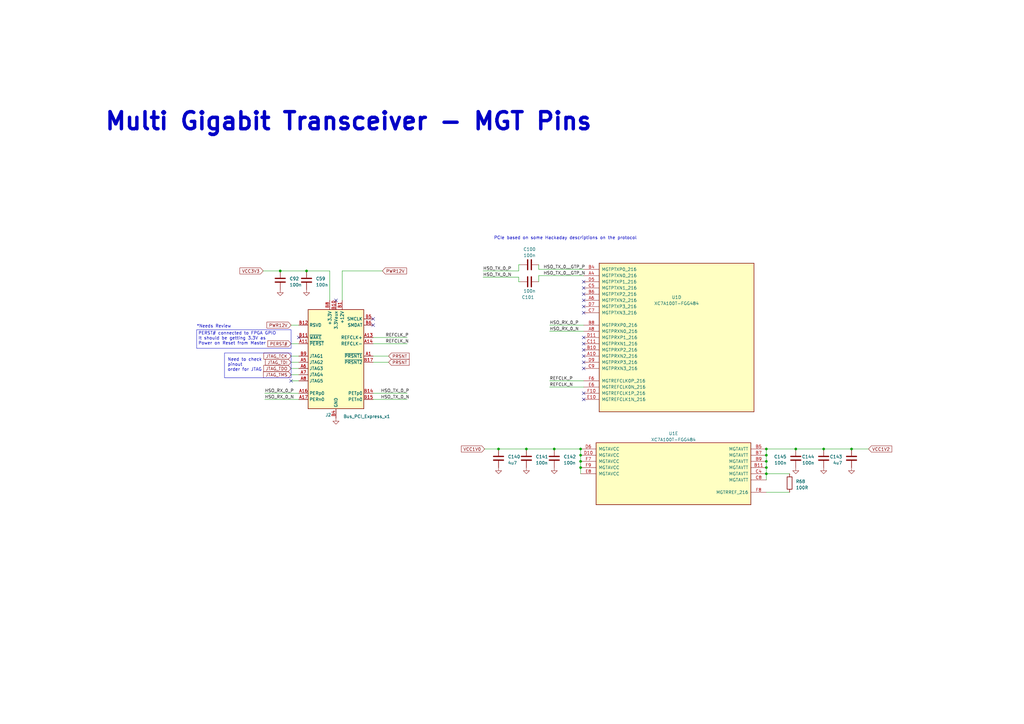
<source format=kicad_sch>
(kicad_sch (version 20230121) (generator eeschema)
  (paper "A3")
  (lib_symbols
    (symbol "Connector:Bus_PCI_Express_x1"
      (property "Reference" "J" (at -8.89 22.86 0))
      (property "Value" "Bus_PCI_Express_x1" (at 12.7 22.86 0))
      (symbol "Bus_PCI_Express_x1_1_1"
        (pin passive line (at -15.24 2.54 0) (length 3.81) (name "~{PRSNT1}") (number "A1"))
        (pin passive line (at 2.54 25.4 270) (length 3.81) hide (name "+3.3V") (number "A10"))
        (pin input line (at 15.24 7.62 180) (length 3.81) (name "~{PERST}") (number "A11"))
        (pin passive line (at 0 -22.86 90) (length 3.81) hide (name "GND") (number "A12"))
        (pin input line (at -15.24 10.16 0) (length 3.81) (name "REFCLK+") (number "A13"))
        (pin input line (at -15.24 7.62 0) (length 3.81) (name "REFCLK-") (number "A14"))
        (pin passive line (at 0 -22.86 90) (length 3.81) hide (name "GND") (number "A15"))
        (pin output line (at 15.24 -12.7 180) (length 3.81) (name "PERp0") (number "A16"))
        (pin output line (at 15.24 -15.24 180) (length 3.81) (name "PERn0") (number "A17"))
        (pin passive line (at 0 -22.86 90) (length 3.81) hide (name "GND") (number "A18"))
        (pin passive line (at -2.54 25.4 270) (length 3.81) hide (name "+12V") (number "A2"))
        (pin passive line (at -2.54 25.4 270) (length 3.81) hide (name "+12V") (number "A3"))
        (pin passive line (at 0 -22.86 90) (length 3.81) hide (name "GND") (number "A4"))
        (pin input line (at 15.24 0 180) (length 3.81) (name "JTAG2") (number "A5"))
        (pin input line (at 15.24 -2.54 180) (length 3.81) (name "JTAG3") (number "A6"))
        (pin output line (at 15.24 -5.08 180) (length 3.81) (name "JTAG4") (number "A7"))
        (pin input line (at 15.24 -7.62 180) (length 3.81) (name "JTAG5") (number "A8"))
        (pin passive line (at 2.54 25.4 270) (length 3.81) hide (name "+3.3V") (number "A9"))
        (pin power_in line (at -2.54 25.4 270) (length 3.81) (name "+12V") (number "B1"))
        (pin power_in line (at 0 25.4 270) (length 3.81) (name "3.3Vaux") (number "B10"))
        (pin open_collector line (at 15.24 10.16 180) (length 3.81) (name "~{WAKE}") (number "B11"))
        (pin passive line (at 15.24 15.24 180) (length 3.81) (name "RSVD") (number "B12"))
        (pin passive line (at 0 -22.86 90) (length 3.81) hide (name "GND") (number "B13"))
        (pin input line (at -15.24 -12.7 0) (length 3.81) (name "PETp0") (number "B14"))
        (pin input line (at -15.24 -15.24 0) (length 3.81) (name "PETn0") (number "B15"))
        (pin passive line (at 0 -22.86 90) (length 3.81) hide (name "GND") (number "B16"))
        (pin passive line (at -15.24 0 0) (length 3.81) (name "~{PRSNT2}") (number "B17"))
        (pin passive line (at 0 -22.86 90) (length 3.81) hide (name "GND") (number "B18"))
        (pin passive line (at -2.54 25.4 270) (length 3.81) hide (name "+12V") (number "B2"))
        (pin passive line (at -2.54 25.4 270) (length 3.81) hide (name "+12V") (number "B3"))
        (pin power_in line (at 0 -22.86 90) (length 3.81) (name "GND") (number "B4"))
        (pin input line (at -15.24 17.78 0) (length 3.81) (name "SMCLK") (number "B5"))
        (pin bidirectional line (at -15.24 15.24 0) (length 3.81) (name "SMDAT") (number "B6"))
        (pin passive line (at 0 -22.86 90) (length 3.81) hide (name "GND") (number "B7"))
        (pin power_in line (at 2.54 25.4 270) (length 3.81) (name "+3.3V") (number "B8"))
        (pin input line (at 15.24 2.54 180) (length 3.81) (name "JTAG1") (number "B9"))
      )
    )
    (symbol "Device:C" (pin_numbers hide) (pin_names (offset 0.254))
      (property "Reference" "C" (at 0.635 2.54 0))
      (property "Value" "C" (at 0.635 -2.54 0))
      (symbol "C_1_1"
        (pin passive line (at 0 3.81 270) (length 2.794) (name "~") (number "1"))
        (pin passive line (at 0 -3.81 90) (length 2.794) (name "~") (number "2"))
      )
    )
    (symbol "Device:R" (pin_numbers hide) (pin_names (offset 0))
      (property "Reference" "R" (at 2.032 0 90))
      (property "Value" "R" (at 0 0 90))
      (symbol "R_1_1"
        (pin passive line (at 0 3.81 270) (length 1.27) (name "~") (number "1"))
        (pin passive line (at 0 -3.81 90) (length 1.27) (name "~") (number "2"))
      )
    )
    (symbol "FPGA_Xilinx_Artix7:XC7A100T-FGG484" (pin_names (offset 1.016))
      (property "Reference" "U1" (at 0 16.51 0))
      (property "Value" "XC7A100T-FGG484" (at 0 13.97 0))
      (symbol "XC7A100T-FGG484_1_1"
        (pin bidirectional line (at -50.8 10.16 0) (length 6.35) (name "IO_L9P_T1_DQS_13") (number "AA10"))
        (pin bidirectional line (at -50.8 7.62 0) (length 6.35) (name "IO_L9N_T1_DQS_13") (number "AA11"))
        (pin bidirectional line (at -50.8 40.64 0) (length 6.35) (name "IO_L3P_T0_DQS_13") (number "AA13"))
        (pin bidirectional line (at -50.8 27.94 0) (length 6.35) (name "IO_L5N_T0_13") (number "AA14"))
        (pin bidirectional line (at -50.8 35.56 0) (length 6.35) (name "IO_L4P_T0_13") (number "AA15"))
        (pin bidirectional line (at -50.8 48.26 0) (length 6.35) (name "IO_L1N_T0_13") (number "AA16"))
        (pin power_in line (at -40.64 73.66 270) (length 6.35) (name "VCCO_13") (number "AA17"))
        (pin bidirectional line (at 50.8 -30.48 180) (length 6.35) (name "IO_L17P_T2_A14_D30_14") (number "AA18"))
        (pin bidirectional line (at 50.8 -20.32 180) (length 6.35) (name "IO_L15P_T2_DQS_RDWR_B_14") (number "AA19"))
        (pin bidirectional line (at 50.8 15.24 180) (length 6.35) (name "IO_L8P_T1_D11_14") (number "AA20"))
        (pin bidirectional line (at 50.8 12.7 180) (length 6.35) (name "IO_L8N_T1_D12_14") (number "AA21"))
        (pin bidirectional line (at -50.8 15.24 0) (length 6.35) (name "IO_L8P_T1_13") (number "AA9"))
        (pin bidirectional line (at -50.8 12.7 0) (length 6.35) (name "IO_L8N_T1_13") (number "AB10"))
        (pin bidirectional line (at -50.8 20.32 0) (length 6.35) (name "IO_L7P_T1_13") (number "AB11"))
        (pin bidirectional line (at -50.8 17.78 0) (length 6.35) (name "IO_L7N_T1_13") (number "AB12"))
        (pin bidirectional line (at -50.8 38.1 0) (length 6.35) (name "IO_L3N_T0_DQS_13") (number "AB13"))
        (pin power_in line (at -38.1 73.66 270) (length 6.35) (name "VCCO_13") (number "AB14"))
        (pin bidirectional line (at -50.8 33.02 0) (length 6.35) (name "IO_L4N_T0_13") (number "AB15"))
        (pin bidirectional line (at -50.8 45.72 0) (length 6.35) (name "IO_L2P_T0_13") (number "AB16"))
        (pin bidirectional line (at -50.8 43.18 0) (length 6.35) (name "IO_L2N_T0_13") (number "AB17"))
        (pin bidirectional line (at 50.8 -33.02 180) (length 6.35) (name "IO_L17N_T2_A13_D29_14") (number "AB18"))
        (pin bidirectional line (at 50.8 -22.86 180) (length 6.35) (name "IO_L15N_T2_DQS_DOUT_CSO_B_14") (number "AB20"))
        (pin bidirectional line (at 50.8 5.08 180) (length 6.35) (name "IO_L10P_T1_D14_14") (number "AB21"))
        (pin bidirectional line (at 50.8 2.54 180) (length 6.35) (name "IO_L10N_T1_D15_14") (number "AB22"))
        (pin power_in line (at 27.94 73.66 270) (length 6.35) (name "VCCO_14") (number "M14"))
        (pin bidirectional line (at 50.8 -60.96 180) (length 6.35) (name "IO_L23P_T3_A03_D19_14") (number "N13"))
        (pin bidirectional line (at 50.8 -63.5 180) (length 6.35) (name "IO_L23N_T3_A02_D18_14") (number "N14"))
        (pin bidirectional line (at 50.8 -71.12 180) (length 6.35) (name "IO_25_14") (number "N15"))
        (pin bidirectional line (at 50.8 -50.8 180) (length 6.35) (name "IO_L21P_T3_DQS_14") (number "N17"))
        (pin bidirectional line (at 50.8 -40.64 180) (length 6.35) (name "IO_L19P_T3_A10_D26_14") (number "P14"))
        (pin bidirectional line (at 50.8 -55.88 180) (length 6.35) (name "IO_L22P_T3_A05_D21_14") (number "P15"))
        (pin bidirectional line (at 50.8 -66.04 180) (length 6.35) (name "IO_L24P_T3_A01_D17_14") (number "P16"))
        (pin bidirectional line (at 50.8 -53.34 180) (length 6.35) (name "IO_L21N_T3_DQS_A06_D22_14") (number "P17"))
        (pin power_in line (at 30.48 73.66 270) (length 6.35) (name "VCCO_14") (number "P18"))
        (pin bidirectional line (at 50.8 30.48 180) (length 6.35) (name "IO_L5P_T0_D06_14") (number "P19"))
        (pin bidirectional line (at 50.8 53.34 180) (length 6.35) (name "IO_0_14") (number "P20"))
        (pin bidirectional line (at 50.8 45.72 180) (length 6.35) (name "IO_L2P_T0_D02_14") (number "P21"))
        (pin bidirectional line (at 50.8 50.8 180) (length 6.35) (name "IO_L1P_T0_D00_MOSI_14") (number "P22"))
        (pin bidirectional line (at 50.8 -43.18 180) (length 6.35) (name "IO_L19N_T3_A09_D25_VREF_14") (number "R14"))
        (pin power_in line (at 33.02 73.66 270) (length 6.35) (name "VCCO_14") (number "R15"))
        (pin bidirectional line (at 50.8 -58.42 180) (length 6.35) (name "IO_L22N_T3_A04_D20_14") (number "R16"))
        (pin bidirectional line (at 50.8 -68.58 180) (length 6.35) (name "IO_L24N_T3_A00_D16_14") (number "R17"))
        (pin bidirectional line (at 50.8 -45.72 180) (length 6.35) (name "IO_L20P_T3_A08_D24_14") (number "R18"))
        (pin bidirectional line (at 50.8 27.94 180) (length 6.35) (name "IO_L5N_T0_D07_14") (number "R19"))
        (pin bidirectional line (at 50.8 43.18 180) (length 6.35) (name "IO_L2N_T0_D03_14") (number "R21"))
        (pin bidirectional line (at 50.8 48.26 180) (length 6.35) (name "IO_L1N_T0_D01_DIN_14") (number "R22"))
        (pin bidirectional line (at -50.8 -20.32 0) (length 6.35) (name "IO_L15P_T2_DQS_13") (number "T14"))
        (pin bidirectional line (at -50.8 -22.86 0) (length 6.35) (name "IO_L15N_T2_DQS_13") (number "T15"))
        (pin bidirectional line (at -50.8 -30.48 0) (length 6.35) (name "IO_L17P_T2_13") (number "T16"))
        (pin bidirectional line (at 50.8 -48.26 180) (length 6.35) (name "IO_L20N_T3_A07_D23_14") (number "T18"))
        (pin bidirectional line (at 50.8 25.4 180) (length 6.35) (name "IO_L6P_T0_FCS_B_14") (number "T19"))
        (pin bidirectional line (at 50.8 22.86 180) (length 6.35) (name "IO_L6N_T0_D08_VREF_14") (number "T20"))
        (pin bidirectional line (at 50.8 35.56 180) (length 6.35) (name "IO_L4P_T0_D04_14") (number "T21"))
        (pin power_in line (at 35.56 73.66 270) (length 6.35) (name "VCCO_14") (number "T22"))
        (pin bidirectional line (at -50.8 -15.24 0) (length 6.35) (name "IO_L14P_T2_SRCC_13") (number "U15"))
        (pin bidirectional line (at -50.8 -33.02 0) (length 6.35) (name "IO_L17N_T2_13") (number "U16"))
        (pin bidirectional line (at 50.8 -35.56 180) (length 6.35) (name "IO_L18P_T2_A12_D28_14") (number "U17"))
        (pin bidirectional line (at 50.8 -38.1 180) (length 6.35) (name "IO_L18N_T2_A11_D27_14") (number "U18"))
        (pin power_in line (at 38.1 73.66 270) (length 6.35) (name "VCCO_14") (number "U19"))
        (pin bidirectional line (at 50.8 0 180) (length 6.35) (name "IO_L11P_T1_SRCC_14") (number "U20"))
        (pin bidirectional line (at 50.8 33.02 180) (length 6.35) (name "IO_L4N_T0_D05_14") (number "U21"))
        (pin bidirectional line (at 50.8 40.64 180) (length 6.35) (name "IO_L3P_T0_DQS_PUDC_B_14") (number "U22"))
        (pin bidirectional line (at -50.8 5.08 0) (length 6.35) (name "IO_L10P_T1_13") (number "V10"))
        (pin bidirectional line (at -50.8 -10.16 0) (length 6.35) (name "IO_L13P_T2_MRCC_13") (number "V13"))
        (pin bidirectional line (at -50.8 -12.7 0) (length 6.35) (name "IO_L13N_T2_MRCC_13") (number "V14"))
        (pin bidirectional line (at -50.8 -17.78 0) (length 6.35) (name "IO_L14N_T2_SRCC_13") (number "V15"))
        (pin power_in line (at -35.56 73.66 270) (length 6.35) (name "VCCO_13") (number "V16"))
        (pin bidirectional line (at 50.8 -25.4 180) (length 6.35) (name "IO_L16P_T2_CSI_B_14") (number "V17"))
        (pin bidirectional line (at 50.8 -15.24 180) (length 6.35) (name "IO_L14P_T2_SRCC_14") (number "V18"))
        (pin bidirectional line (at 50.8 -17.78 180) (length 6.35) (name "IO_L14N_T2_SRCC_14") (number "V19"))
        (pin bidirectional line (at 50.8 -2.54 180) (length 6.35) (name "IO_L11N_T1_SRCC_14") (number "V20"))
        (pin bidirectional line (at 50.8 38.1 180) (length 6.35) (name "IO_L3N_T0_DQS_EMCCLK_14") (number "V22"))
        (pin bidirectional line (at -50.8 2.54 0) (length 6.35) (name "IO_L10N_T1_13") (number "W10"))
        (pin bidirectional line (at -50.8 -5.08 0) (length 6.35) (name "IO_L12P_T1_MRCC_13") (number "W11"))
        (pin bidirectional line (at -50.8 -7.62 0) (length 6.35) (name "IO_L12N_T1_MRCC_13") (number "W12"))
        (pin power_in line (at -33.02 73.66 270) (length 6.35) (name "VCCO_13") (number "W13"))
        (pin bidirectional line (at -50.8 25.4 0) (length 6.35) (name "IO_L6P_T0_13") (number "W14"))
        (pin bidirectional line (at -50.8 -25.4 0) (length 6.35) (name "IO_L16P_T2_13") (number "W15"))
        (pin bidirectional line (at -50.8 -27.94 0) (length 6.35) (name "IO_L16N_T2_13") (number "W16"))
        (pin bidirectional line (at 50.8 -27.94 180) (length 6.35) (name "IO_L16N_T2_A15_D31_14") (number "W17"))
        (pin bidirectional line (at 50.8 -5.08 180) (length 6.35) (name "IO_L12P_T1_MRCC_14") (number "W19"))
        (pin bidirectional line (at 50.8 -7.62 180) (length 6.35) (name "IO_L12N_T1_MRCC_14") (number "W20"))
        (pin bidirectional line (at 50.8 20.32 180) (length 6.35) (name "IO_L7P_T1_D09_14") (number "W21"))
        (pin bidirectional line (at 50.8 17.78 180) (length 6.35) (name "IO_L7N_T1_D10_14") (number "W22"))
        (pin power_in line (at -30.48 73.66 270) (length 6.35) (name "VCCO_13") (number "Y10"))
        (pin bidirectional line (at -50.8 0 0) (length 6.35) (name "IO_L11P_T1_SRCC_13") (number "Y11"))
        (pin bidirectional line (at -50.8 -2.54 0) (length 6.35) (name "IO_L11N_T1_SRCC_13") (number "Y12"))
        (pin bidirectional line (at -50.8 30.48 0) (length 6.35) (name "IO_L5P_T0_13") (number "Y13"))
        (pin bidirectional line (at -50.8 22.86 0) (length 6.35) (name "IO_L6N_T0_VREF_13") (number "Y14"))
        (pin bidirectional line (at -50.8 50.8 0) (length 6.35) (name "IO_L1P_T0_13") (number "Y16"))
        (pin bidirectional line (at -50.8 53.34 0) (length 6.35) (name "IO_0_13") (number "Y17"))
        (pin bidirectional line (at 50.8 -10.16 180) (length 6.35) (name "IO_L13P_T2_MRCC_14") (number "Y18"))
        (pin bidirectional line (at 50.8 -12.7 180) (length 6.35) (name "IO_L13N_T2_MRCC_14") (number "Y19"))
        (pin power_in line (at 40.64 73.66 270) (length 6.35) (name "VCCO_14") (number "Y20"))
        (pin bidirectional line (at 50.8 10.16 180) (length 6.35) (name "IO_L9P_T1_DQS_14") (number "Y21"))
        (pin bidirectional line (at 50.8 7.62 180) (length 6.35) (name "IO_L9N_T1_DQS_D13_14") (number "Y22"))
      )
      (symbol "XC7A100T-FGG484_2_1"
        (pin bidirectional line (at 50.8 5.08 180) (length 6.35) (name "IO_L10P_T1_16") (number "A13"))
        (pin bidirectional line (at 50.8 2.54 180) (length 6.35) (name "IO_L10N_T1_16") (number "A14"))
        (pin bidirectional line (at 50.8 10.16 180) (length 6.35) (name "IO_L9P_T1_DQS_16") (number "A15"))
        (pin bidirectional line (at 50.8 7.62 180) (length 6.35) (name "IO_L9N_T1_DQS_16") (number "A16"))
        (pin power_in line (at 27.94 73.66 270) (length 6.35) (name "VCCO_16") (number "A17"))
        (pin bidirectional line (at 50.8 -30.48 180) (length 6.35) (name "IO_L17P_T2_16") (number "A18"))
        (pin bidirectional line (at 50.8 -33.02 180) (length 6.35) (name "IO_L17N_T2_16") (number "A19"))
        (pin bidirectional line (at 50.8 -27.94 180) (length 6.35) (name "IO_L16N_T2_16") (number "A20"))
        (pin bidirectional line (at 50.8 -53.34 180) (length 6.35) (name "IO_L21N_T3_DQS_16") (number "A21"))
        (pin bidirectional line (at 50.8 12.7 180) (length 6.35) (name "IO_L8N_T1_16") (number "B13"))
        (pin power_in line (at 30.48 73.66 270) (length 6.35) (name "VCCO_16") (number "B14"))
        (pin bidirectional line (at 50.8 20.32 180) (length 6.35) (name "IO_L7P_T1_16") (number "B15"))
        (pin bidirectional line (at 50.8 17.78 180) (length 6.35) (name "IO_L7N_T1_16") (number "B16"))
        (pin bidirectional line (at 50.8 0 180) (length 6.35) (name "IO_L11P_T1_SRCC_16") (number "B17"))
        (pin bidirectional line (at 50.8 -2.54 180) (length 6.35) (name "IO_L11N_T1_SRCC_16") (number "B18"))
        (pin bidirectional line (at 50.8 -25.4 180) (length 6.35) (name "IO_L16P_T2_16") (number "B20"))
        (pin bidirectional line (at 50.8 -50.8 180) (length 6.35) (name "IO_L21P_T3_DQS_16") (number "B21"))
        (pin bidirectional line (at 50.8 -48.26 180) (length 6.35) (name "IO_L20N_T3_16") (number "B22"))
        (pin bidirectional line (at 50.8 15.24 180) (length 6.35) (name "IO_L8P_T1_16") (number "C13"))
        (pin bidirectional line (at 50.8 40.64 180) (length 6.35) (name "IO_L3P_T0_DQS_16") (number "C14"))
        (pin bidirectional line (at 50.8 38.1 180) (length 6.35) (name "IO_L3N_T0_DQS_16") (number "C15"))
        (pin bidirectional line (at 50.8 -7.62 180) (length 6.35) (name "IO_L12N_T1_MRCC_16") (number "C17"))
        (pin bidirectional line (at 50.8 -10.16 180) (length 6.35) (name "IO_L13P_T2_MRCC_16") (number "C18"))
        (pin bidirectional line (at 50.8 -12.7 180) (length 6.35) (name "IO_L13N_T2_MRCC_16") (number "C19"))
        (pin bidirectional line (at 50.8 -43.18 180) (length 6.35) (name "IO_L19N_T3_VREF_16") (number "C20"))
        (pin power_in line (at 33.02 73.66 270) (length 6.35) (name "VCCO_16") (number "C21"))
        (pin bidirectional line (at 50.8 -45.72 180) (length 6.35) (name "IO_L20P_T3_16") (number "C22"))
        (pin bidirectional line (at 50.8 25.4 180) (length 6.35) (name "IO_L6P_T0_16") (number "D14"))
        (pin bidirectional line (at 50.8 22.86 180) (length 6.35) (name "IO_L6N_T0_VREF_16") (number "D15"))
        (pin bidirectional line (at 50.8 27.94 180) (length 6.35) (name "IO_L5N_T0_16") (number "D16"))
        (pin bidirectional line (at 50.8 -5.08 180) (length 6.35) (name "IO_L12P_T1_MRCC_16") (number "D17"))
        (pin power_in line (at 35.56 73.66 270) (length 6.35) (name "VCCO_16") (number "D18"))
        (pin bidirectional line (at 50.8 -17.78 180) (length 6.35) (name "IO_L14N_T2_SRCC_16") (number "D19"))
        (pin bidirectional line (at 50.8 -40.64 180) (length 6.35) (name "IO_L19P_T3_16") (number "D20"))
        (pin bidirectional line (at 50.8 -63.5 180) (length 6.35) (name "IO_L23N_T3_16") (number "D21"))
        (pin bidirectional line (at 50.8 -58.42 180) (length 6.35) (name "IO_L22N_T3_16") (number "D22"))
        (pin bidirectional line (at 50.8 35.56 180) (length 6.35) (name "IO_L4P_T0_16") (number "E13"))
        (pin bidirectional line (at 50.8 33.02 180) (length 6.35) (name "IO_L4N_T0_16") (number "E14"))
        (pin power_in line (at 38.1 73.66 270) (length 6.35) (name "VCCO_16") (number "E15"))
        (pin bidirectional line (at 50.8 30.48 180) (length 6.35) (name "IO_L5P_T0_16") (number "E16"))
        (pin bidirectional line (at 50.8 43.18 180) (length 6.35) (name "IO_L2N_T0_16") (number "E17"))
        (pin bidirectional line (at 50.8 -22.86 180) (length 6.35) (name "IO_L15N_T2_DQS_16") (number "E18"))
        (pin bidirectional line (at 50.8 -15.24 180) (length 6.35) (name "IO_L14P_T2_SRCC_16") (number "E19"))
        (pin bidirectional line (at 50.8 -60.96 180) (length 6.35) (name "IO_L23P_T3_16") (number "E21"))
        (pin bidirectional line (at 50.8 -55.88 180) (length 6.35) (name "IO_L22P_T3_16") (number "E22"))
        (pin bidirectional line (at 50.8 50.8 180) (length 6.35) (name "IO_L1P_T0_16") (number "F13"))
        (pin bidirectional line (at 50.8 48.26 180) (length 6.35) (name "IO_L1N_T0_16") (number "F14"))
        (pin bidirectional line (at 50.8 53.34 180) (length 6.35) (name "IO_0_16") (number "F15"))
        (pin bidirectional line (at 50.8 45.72 180) (length 6.35) (name "IO_L2P_T0_16") (number "F16"))
        (pin bidirectional line (at 50.8 -20.32 180) (length 6.35) (name "IO_L15P_T2_DQS_16") (number "F18"))
        (pin bidirectional line (at 50.8 -35.56 180) (length 6.35) (name "IO_L18P_T2_16") (number "F19"))
        (pin bidirectional line (at 50.8 -38.1 180) (length 6.35) (name "IO_L18N_T2_16") (number "F20"))
        (pin bidirectional line (at 50.8 -71.12 180) (length 6.35) (name "IO_25_16") (number "F21"))
        (pin power_in line (at 40.64 73.66 270) (length 6.35) (name "VCCO_16") (number "F22"))
        (pin bidirectional line (at -50.8 48.26 0) (length 6.35) (name "IO_L1N_T0_AD0N_15") (number "G13"))
        (pin bidirectional line (at -50.8 45.72 0) (length 6.35) (name "IO_L2P_T0_AD8P_15") (number "G15"))
        (pin bidirectional line (at -50.8 43.18 0) (length 6.35) (name "IO_L2N_T0_AD8N_15") (number "G16"))
        (pin bidirectional line (at -50.8 35.56 0) (length 6.35) (name "IO_L4P_T0_15") (number "G17"))
        (pin bidirectional line (at -50.8 33.02 0) (length 6.35) (name "IO_L4N_T0_15") (number "G18"))
        (pin power_in line (at -40.64 73.66 270) (length 6.35) (name "VCCO_15") (number "G19"))
        (pin bidirectional line (at -50.8 12.7 0) (length 6.35) (name "IO_L8N_T1_AD10N_15") (number "G20"))
        (pin bidirectional line (at 50.8 -66.04 180) (length 6.35) (name "IO_L24P_T3_16") (number "G21"))
        (pin bidirectional line (at 50.8 -68.58 180) (length 6.35) (name "IO_L24N_T3_16") (number "G22"))
        (pin bidirectional line (at -50.8 50.8 0) (length 6.35) (name "IO_L1P_T0_AD0P_15") (number "H13"))
        (pin bidirectional line (at -50.8 38.1 0) (length 6.35) (name "IO_L3N_T0_DQS_AD1N_15") (number "H14"))
        (pin bidirectional line (at -50.8 27.94 0) (length 6.35) (name "IO_L5N_T0_AD9N_15") (number "H15"))
        (pin power_in line (at -38.1 73.66 270) (length 6.35) (name "VCCO_15") (number "H16"))
        (pin bidirectional line (at -50.8 25.4 0) (length 6.35) (name "IO_L6P_T0_15") (number "H17"))
        (pin bidirectional line (at -50.8 22.86 0) (length 6.35) (name "IO_L6N_T0_VREF_15") (number "H18"))
        (pin bidirectional line (at -50.8 -7.62 0) (length 6.35) (name "IO_L12N_T1_MRCC_15") (number "H19"))
        (pin bidirectional line (at -50.8 15.24 0) (length 6.35) (name "IO_L8P_T1_AD10P_15") (number "H20"))
        (pin bidirectional line (at -50.8 17.78 0) (length 6.35) (name "IO_L7N_T1_AD2N_15") (number "H22"))
        (pin power_in line (at -35.56 73.66 270) (length 6.35) (name "VCCO_15") (number "J13"))
        (pin bidirectional line (at -50.8 40.64 0) (length 6.35) (name "IO_L3P_T0_DQS_AD1P_15") (number "J14"))
        (pin bidirectional line (at -50.8 30.48 0) (length 6.35) (name "IO_L5P_T0_AD9P_15") (number "J15"))
        (pin bidirectional line (at -50.8 53.34 0) (length 6.35) (name "IO_0_15") (number "J16"))
        (pin bidirectional line (at -50.8 -53.34 0) (length 6.35) (name "IO_L21N_T3_DQS_A18_15") (number "J17"))
        (pin bidirectional line (at -50.8 -5.08 0) (length 6.35) (name "IO_L12P_T1_MRCC_15") (number "J19"))
        (pin bidirectional line (at -50.8 0 0) (length 6.35) (name "IO_L11P_T1_SRCC_15") (number "J20"))
        (pin bidirectional line (at -50.8 -2.54 0) (length 6.35) (name "IO_L11N_T1_SRCC_15") (number "J21"))
        (pin bidirectional line (at -50.8 20.32 0) (length 6.35) (name "IO_L7P_T1_AD2P_15") (number "J22"))
        (pin bidirectional line (at -50.8 -40.64 0) (length 6.35) (name "IO_L19P_T3_A22_15") (number "K13"))
        (pin bidirectional line (at -50.8 -43.18 0) (length 6.35) (name "IO_L19N_T3_A21_VREF_15") (number "K14"))
        (pin bidirectional line (at -50.8 -63.5 0) (length 6.35) (name "IO_L23N_T3_FWE_B_15") (number "K16"))
        (pin bidirectional line (at -50.8 -50.8 0) (length 6.35) (name "IO_L21P_T3_DQS_15") (number "K17"))
        (pin bidirectional line (at -50.8 -10.16 0) (length 6.35) (name "IO_L13P_T2_MRCC_15") (number "K18"))
        (pin bidirectional line (at -50.8 -12.7 0) (length 6.35) (name "IO_L13N_T2_MRCC_15") (number "K19"))
        (pin power_in line (at -33.02 73.66 270) (length 6.35) (name "VCCO_15") (number "K20"))
        (pin bidirectional line (at -50.8 10.16 0) (length 6.35) (name "IO_L9P_T1_DQS_AD3P_15") (number "K21"))
        (pin bidirectional line (at -50.8 7.62 0) (length 6.35) (name "IO_L9N_T1_DQS_AD3N_15") (number "K22"))
        (pin bidirectional line (at -50.8 -48.26 0) (length 6.35) (name "IO_L20N_T3_A19_15") (number "L13"))
        (pin bidirectional line (at -50.8 -55.88 0) (length 6.35) (name "IO_L22P_T3_A17_15") (number "L14"))
        (pin bidirectional line (at -50.8 -58.42 0) (length 6.35) (name "IO_L22N_T3_A16_15") (number "L15"))
        (pin bidirectional line (at -50.8 -60.96 0) (length 6.35) (name "IO_L23P_T3_FOE_B_15") (number "L16"))
        (pin power_in line (at -30.48 73.66 270) (length 6.35) (name "VCCO_15") (number "L17"))
        (pin bidirectional line (at -50.8 -27.94 0) (length 6.35) (name "IO_L16N_T2_A27_15") (number "L18"))
        (pin bidirectional line (at -50.8 -15.24 0) (length 6.35) (name "IO_L14P_T2_SRCC_15") (number "L19"))
        (pin bidirectional line (at -50.8 -17.78 0) (length 6.35) (name "IO_L14N_T2_SRCC_15") (number "L20"))
        (pin bidirectional line (at -50.8 2.54 0) (length 6.35) (name "IO_L10N_T1_AD11N_15") (number "L21"))
        (pin bidirectional line (at -50.8 -45.72 0) (length 6.35) (name "IO_L20P_T3_A20_15") (number "M13"))
        (pin bidirectional line (at -50.8 -66.04 0) (length 6.35) (name "IO_L24P_T3_RS1_15") (number "M15"))
        (pin bidirectional line (at -50.8 -68.58 0) (length 6.35) (name "IO_L24N_T3_RS0_15") (number "M16"))
        (pin bidirectional line (at -50.8 -71.12 0) (length 6.35) (name "IO_25_15") (number "M17"))
        (pin bidirectional line (at -50.8 -25.4 0) (length 6.35) (name "IO_L16P_T2_A28_15") (number "M18"))
        (pin bidirectional line (at -50.8 -38.1 0) (length 6.35) (name "IO_L18N_T2_A23_15") (number "M20"))
        (pin bidirectional line (at -50.8 5.08 0) (length 6.35) (name "IO_L10P_T1_AD11P_15") (number "M21"))
        (pin bidirectional line (at -50.8 -22.86 0) (length 6.35) (name "IO_L15N_T2_DQS_ADV_B_15") (number "M22"))
        (pin bidirectional line (at -50.8 -30.48 0) (length 6.35) (name "IO_L17P_T2_A26_15") (number "N18"))
        (pin bidirectional line (at -50.8 -33.02 0) (length 6.35) (name "IO_L17N_T2_A25_15") (number "N19"))
        (pin bidirectional line (at -50.8 -35.56 0) (length 6.35) (name "IO_L18P_T2_A24_15") (number "N20"))
        (pin power_in line (at -27.94 73.66 270) (length 6.35) (name "VCCO_15") (number "N21"))
        (pin bidirectional line (at -50.8 -20.32 0) (length 6.35) (name "IO_L15P_T2_DQS_15") (number "N22"))
      )
      (symbol "XC7A100T-FGG484_3_1"
        (pin bidirectional line (at 50.8 48.26 180) (length 6.35) (name "IO_L1N_T0_AD4N_35") (number "A1"))
        (pin bidirectional line (at -50.8 20.32 0) (length 6.35) (name "IO_L7P_T1_34") (number "AA1"))
        (pin bidirectional line (at -50.8 7.62 0) (length 6.35) (name "IO_L9N_T1_DQS_34") (number "AA3"))
        (pin bidirectional line (at -50.8 -2.54 0) (length 6.35) (name "IO_L11N_T1_SRCC_34") (number "AA4"))
        (pin bidirectional line (at -50.8 5.08 0) (length 6.35) (name "IO_L10P_T1_34") (number "AA5"))
        (pin bidirectional line (at -50.8 -38.1 0) (length 6.35) (name "IO_L18N_T2_34") (number "AA6"))
        (pin power_in line (at -40.64 73.66 270) (length 6.35) (name "VCCO_34") (number "AA7"))
        (pin bidirectional line (at -50.8 -55.88 0) (length 6.35) (name "IO_L22P_T3_34") (number "AA8"))
        (pin bidirectional line (at -50.8 17.78 0) (length 6.35) (name "IO_L7N_T1_34") (number "AB1"))
        (pin bidirectional line (at -50.8 12.7 0) (length 6.35) (name "IO_L8N_T1_34") (number "AB2"))
        (pin bidirectional line (at -50.8 15.24 0) (length 6.35) (name "IO_L8P_T1_34") (number "AB3"))
        (pin power_in line (at -38.1 73.66 270) (length 6.35) (name "VCCO_34") (number "AB4"))
        (pin bidirectional line (at -50.8 2.54 0) (length 6.35) (name "IO_L10N_T1_34") (number "AB5"))
        (pin bidirectional line (at -50.8 -48.26 0) (length 6.35) (name "IO_L20N_T3_34") (number "AB6"))
        (pin bidirectional line (at -50.8 -45.72 0) (length 6.35) (name "IO_L20P_T3_34") (number "AB7"))
        (pin bidirectional line (at -50.8 -58.42 0) (length 6.35) (name "IO_L22N_T3_34") (number "AB8"))
        (pin bidirectional line (at 50.8 50.8 180) (length 6.35) (name "IO_L1P_T0_AD4P_35") (number "B1"))
        (pin bidirectional line (at 50.8 43.18 180) (length 6.35) (name "IO_L2N_T0_AD12N_35") (number "B2"))
        (pin power_in line (at 27.94 73.66 270) (length 6.35) (name "VCCO_35") (number "C1"))
        (pin bidirectional line (at 50.8 45.72 180) (length 6.35) (name "IO_L2P_T0_AD12P_35") (number "C2"))
        (pin bidirectional line (at 50.8 38.1 180) (length 6.35) (name "IO_L3N_T0_DQS_AD5N_35") (number "D1"))
        (pin bidirectional line (at 50.8 33.02 180) (length 6.35) (name "IO_L4N_T0_35") (number "D2"))
        (pin bidirectional line (at 50.8 40.64 180) (length 6.35) (name "IO_L3P_T0_DQS_AD5P_35") (number "E1"))
        (pin bidirectional line (at 50.8 35.56 180) (length 6.35) (name "IO_L4P_T0_35") (number "E2"))
        (pin bidirectional line (at 50.8 22.86 180) (length 6.35) (name "IO_L6N_T0_VREF_35") (number "E3"))
        (pin bidirectional line (at 50.8 27.94 180) (length 6.35) (name "IO_L5N_T0_AD13N_35") (number "F1"))
        (pin power_in line (at 30.48 73.66 270) (length 6.35) (name "VCCO_35") (number "F2"))
        (pin bidirectional line (at 50.8 25.4 180) (length 6.35) (name "IO_L6P_T0_35") (number "F3"))
        (pin bidirectional line (at 50.8 53.34 180) (length 6.35) (name "IO_0_35") (number "F4"))
        (pin bidirectional line (at 50.8 30.48 180) (length 6.35) (name "IO_L5P_T0_AD13P_35") (number "G1"))
        (pin bidirectional line (at 50.8 12.7 180) (length 6.35) (name "IO_L8N_T1_AD14N_35") (number "G2"))
        (pin bidirectional line (at 50.8 -2.54 180) (length 6.35) (name "IO_L11N_T1_SRCC_35") (number "G3"))
        (pin bidirectional line (at 50.8 -7.62 180) (length 6.35) (name "IO_L12N_T1_MRCC_35") (number "G4"))
        (pin bidirectional line (at 50.8 15.24 180) (length 6.35) (name "IO_L8P_T1_AD14P_35") (number "H2"))
        (pin bidirectional line (at 50.8 0 180) (length 6.35) (name "IO_L11P_T1_SRCC_35") (number "H3"))
        (pin bidirectional line (at 50.8 -5.08 180) (length 6.35) (name "IO_L12P_T1_MRCC_35") (number "H4"))
        (pin bidirectional line (at 50.8 2.54 180) (length 6.35) (name "IO_L10N_T1_AD15N_35") (number "H5"))
        (pin power_in line (at 33.02 73.66 270) (length 6.35) (name "VCCO_35") (number "H6"))
        (pin bidirectional line (at 50.8 17.78 180) (length 6.35) (name "IO_L7N_T1_AD6N_35") (number "J1"))
        (pin bidirectional line (at 50.8 7.62 180) (length 6.35) (name "IO_L9N_T1_DQS_AD7N_35") (number "J2"))
        (pin power_in line (at 35.56 73.66 270) (length 6.35) (name "VCCO_35") (number "J3"))
        (pin bidirectional line (at 50.8 -12.7 180) (length 6.35) (name "IO_L13N_T2_MRCC_35") (number "J4"))
        (pin bidirectional line (at 50.8 5.08 180) (length 6.35) (name "IO_L10P_T1_AD15P_35") (number "J5"))
        (pin bidirectional line (at 50.8 -33.02 180) (length 6.35) (name "IO_L17N_T2_35") (number "J6"))
        (pin bidirectional line (at 50.8 20.32 180) (length 6.35) (name "IO_L7P_T1_AD6P_35") (number "K1"))
        (pin bidirectional line (at 50.8 10.16 180) (length 6.35) (name "IO_L9P_T1_DQS_AD7P_35") (number "K2"))
        (pin bidirectional line (at 50.8 -17.78 180) (length 6.35) (name "IO_L14N_T2_SRCC_35") (number "K3"))
        (pin bidirectional line (at 50.8 -10.16 180) (length 6.35) (name "IO_L13P_T2_MRCC_35") (number "K4"))
        (pin bidirectional line (at 50.8 -30.48 180) (length 6.35) (name "IO_L17P_T2_35") (number "K6"))
        (pin bidirectional line (at 50.8 -22.86 180) (length 6.35) (name "IO_L15N_T2_DQS_35") (number "L1"))
        (pin bidirectional line (at 50.8 -15.24 180) (length 6.35) (name "IO_L14P_T2_SRCC_35") (number "L3"))
        (pin bidirectional line (at 50.8 -38.1 180) (length 6.35) (name "IO_L18N_T2_35") (number "L4"))
        (pin bidirectional line (at 50.8 -35.56 180) (length 6.35) (name "IO_L18P_T2_35") (number "L5"))
        (pin bidirectional line (at 50.8 -71.12 180) (length 6.35) (name "IO_25_35") (number "L6"))
        (pin bidirectional line (at 50.8 -20.32 180) (length 6.35) (name "IO_L15P_T2_DQS_35") (number "M1"))
        (pin bidirectional line (at 50.8 -27.94 180) (length 6.35) (name "IO_L16N_T2_35") (number "M2"))
        (pin bidirectional line (at 50.8 -25.4 180) (length 6.35) (name "IO_L16P_T2_35") (number "M3"))
        (pin power_in line (at 38.1 73.66 270) (length 6.35) (name "VCCO_35") (number "M4"))
        (pin bidirectional line (at 50.8 -63.5 180) (length 6.35) (name "IO_L23N_T3_35") (number "M5"))
        (pin bidirectional line (at 50.8 -60.96 180) (length 6.35) (name "IO_L23P_T3_35") (number "M6"))
        (pin power_in line (at 40.64 73.66 270) (length 6.35) (name "VCCO_35") (number "N1"))
        (pin bidirectional line (at 50.8 -58.42 180) (length 6.35) (name "IO_L22N_T3_35") (number "N2"))
        (pin bidirectional line (at 50.8 -43.18 180) (length 6.35) (name "IO_L19N_T3_VREF_35") (number "N3"))
        (pin bidirectional line (at 50.8 -40.64 180) (length 6.35) (name "IO_L19P_T3_35") (number "N4"))
        (pin bidirectional line (at 50.8 -68.58 180) (length 6.35) (name "IO_L24N_T3_35") (number "N5"))
        (pin bidirectional line (at 50.8 -48.26 180) (length 6.35) (name "IO_L20N_T3_35") (number "P1"))
        (pin bidirectional line (at 50.8 -55.88 180) (length 6.35) (name "IO_L22P_T3_35") (number "P2"))
        (pin bidirectional line (at 50.8 -53.34 180) (length 6.35) (name "IO_L21N_T3_DQS_35") (number "P4"))
        (pin bidirectional line (at 50.8 -50.8 180) (length 6.35) (name "IO_L21P_T3_DQS_35") (number "P5"))
        (pin bidirectional line (at 50.8 -66.04 180) (length 6.35) (name "IO_L24P_T3_35") (number "P6"))
        (pin bidirectional line (at 50.8 -45.72 180) (length 6.35) (name "IO_L20P_T3_35") (number "R1"))
        (pin bidirectional line (at -50.8 38.1 0) (length 6.35) (name "IO_L3N_T0_DQS_34") (number "R2"))
        (pin bidirectional line (at -50.8 40.64 0) (length 6.35) (name "IO_L3P_T0_DQS_34") (number "R3"))
        (pin bidirectional line (at -50.8 -10.16 0) (length 6.35) (name "IO_L13P_T2_MRCC_34") (number "R4"))
        (pin power_in line (at -35.56 73.66 270) (length 6.35) (name "VCCO_34") (number "R5"))
        (pin bidirectional line (at -50.8 -30.48 0) (length 6.35) (name "IO_L17P_T2_34") (number "R6"))
        (pin bidirectional line (at -50.8 50.8 0) (length 6.35) (name "IO_L1P_T0_34") (number "T1"))
        (pin power_in line (at -33.02 73.66 270) (length 6.35) (name "VCCO_34") (number "T2"))
        (pin bidirectional line (at -50.8 53.34 0) (length 6.35) (name "IO_0_34") (number "T3"))
        (pin bidirectional line (at -50.8 -12.7 0) (length 6.35) (name "IO_L13N_T2_MRCC_34") (number "T4"))
        (pin bidirectional line (at -50.8 -15.24 0) (length 6.35) (name "IO_L14P_T2_SRCC_34") (number "T5"))
        (pin bidirectional line (at -50.8 -33.02 0) (length 6.35) (name "IO_L17N_T2_34") (number "T6"))
        (pin bidirectional line (at -50.8 48.26 0) (length 6.35) (name "IO_L1N_T0_34") (number "U1"))
        (pin bidirectional line (at -50.8 45.72 0) (length 6.35) (name "IO_L2P_T0_34") (number "U2"))
        (pin bidirectional line (at -50.8 25.4 0) (length 6.35) (name "IO_L6P_T0_34") (number "U3"))
        (pin bidirectional line (at -50.8 -17.78 0) (length 6.35) (name "IO_L14N_T2_SRCC_34") (number "U5"))
        (pin bidirectional line (at -50.8 -25.4 0) (length 6.35) (name "IO_L16P_T2_34") (number "U6"))
        (pin bidirectional line (at -50.8 -71.12 0) (length 6.35) (name "IO_25_34") (number "U7"))
        (pin bidirectional line (at -50.8 43.18 0) (length 6.35) (name "IO_L2N_T0_34") (number "V2"))
        (pin bidirectional line (at -50.8 22.86 0) (length 6.35) (name "IO_L6N_T0_VREF_34") (number "V3"))
        (pin bidirectional line (at -50.8 -5.08 0) (length 6.35) (name "IO_L12P_T1_MRCC_34") (number "V4"))
        (pin bidirectional line (at -50.8 -27.94 0) (length 6.35) (name "IO_L16N_T2_34") (number "V5"))
        (pin power_in line (at -30.48 73.66 270) (length 6.35) (name "VCCO_34") (number "V6"))
        (pin bidirectional line (at -50.8 -40.64 0) (length 6.35) (name "IO_L19P_T3_34") (number "V7"))
        (pin bidirectional line (at -50.8 -53.34 0) (length 6.35) (name "IO_L21N_T3_DQS_34") (number "V8"))
        (pin bidirectional line (at -50.8 -50.8 0) (length 6.35) (name "IO_L21P_T3_DQS_34") (number "V9"))
        (pin bidirectional line (at -50.8 30.48 0) (length 6.35) (name "IO_L5P_T0_34") (number "W1"))
        (pin bidirectional line (at -50.8 35.56 0) (length 6.35) (name "IO_L4P_T0_34") (number "W2"))
        (pin power_in line (at -27.94 73.66 270) (length 6.35) (name "VCCO_34") (number "W3"))
        (pin bidirectional line (at -50.8 -7.62 0) (length 6.35) (name "IO_L12N_T1_MRCC_34") (number "W4"))
        (pin bidirectional line (at -50.8 -22.86 0) (length 6.35) (name "IO_L15N_T2_DQS_34") (number "W5"))
        (pin bidirectional line (at -50.8 -20.32 0) (length 6.35) (name "IO_L15P_T2_DQS_34") (number "W6"))
        (pin bidirectional line (at -50.8 -43.18 0) (length 6.35) (name "IO_L19N_T3_VREF_34") (number "W7"))
        (pin bidirectional line (at -50.8 -66.04 0) (length 6.35) (name "IO_L24P_T3_34") (number "W9"))
        (pin bidirectional line (at -50.8 27.94 0) (length 6.35) (name "IO_L5N_T0_34") (number "Y1"))
        (pin bidirectional line (at -50.8 33.02 0) (length 6.35) (name "IO_L4N_T0_34") (number "Y2"))
        (pin bidirectional line (at -50.8 10.16 0) (length 6.35) (name "IO_L9P_T1_DQS_34") (number "Y3"))
        (pin bidirectional line (at -50.8 0 0) (length 6.35) (name "IO_L11P_T1_SRCC_34") (number "Y4"))
        (pin bidirectional line (at -50.8 -35.56 0) (length 6.35) (name "IO_L18P_T2_34") (number "Y6"))
        (pin bidirectional line (at -50.8 -63.5 0) (length 6.35) (name "IO_L23N_T3_34") (number "Y7"))
        (pin bidirectional line (at -50.8 -60.96 0) (length 6.35) (name "IO_L23P_T3_34") (number "Y8"))
        (pin bidirectional line (at -50.8 -68.58 0) (length 6.35) (name "IO_L24N_T3_34") (number "Y9"))
      )
      (symbol "XC7A100T-FGG484_4_1"
        (pin bidirectional line (at -38.1 -7.62 0) (length 6.35) (name "MGTPRXN2_216") (number "A10"))
        (pin bidirectional line (at -38.1 25.4 0) (length 6.35) (name "MGTPTXN0_216") (number "A4"))
        (pin bidirectional line (at -38.1 15.24 0) (length 6.35) (name "MGTPTXN2_216") (number "A6"))
        (pin bidirectional line (at -38.1 2.54 0) (length 6.35) (name "MGTPRXN0_216") (number "A8"))
        (pin bidirectional line (at -38.1 -5.08 0) (length 6.35) (name "MGTPRXP2_216") (number "B10"))
        (pin bidirectional line (at -38.1 27.94 0) (length 6.35) (name "MGTPTXP0_216") (number "B4"))
        (pin bidirectional line (at -38.1 17.78 0) (length 6.35) (name "MGTPTXP2_216") (number "B6"))
        (pin bidirectional line (at -38.1 5.08 0) (length 6.35) (name "MGTPRXP0_216") (number "B8"))
        (pin bidirectional line (at -38.1 -2.54 0) (length 6.35) (name "MGTPRXN1_216") (number "C11"))
        (pin bidirectional line (at -38.1 20.32 0) (length 6.35) (name "MGTPTXN1_216") (number "C5"))
        (pin bidirectional line (at -38.1 10.16 0) (length 6.35) (name "MGTPTXN3_216") (number "C7"))
        (pin bidirectional line (at -38.1 -12.7 0) (length 6.35) (name "MGTPRXN3_216") (number "C9"))
        (pin bidirectional line (at -38.1 0 0) (length 6.35) (name "MGTPRXP1_216") (number "D11"))
        (pin bidirectional line (at -38.1 22.86 0) (length 6.35) (name "MGTPTXP1_216") (number "D5"))
        (pin bidirectional line (at -38.1 12.7 0) (length 6.35) (name "MGTPTXP3_216") (number "D7"))
        (pin bidirectional line (at -38.1 -10.16 0) (length 6.35) (name "MGTPRXP3_216") (number "D9"))
        (pin bidirectional line (at -38.1 -25.4 0) (length 6.35) (name "MGTREFCLK1N_216") (number "E10"))
        (pin bidirectional line (at -38.1 -20.32 0) (length 6.35) (name "MGTREFCLK0N_216") (number "E6"))
        (pin bidirectional line (at -38.1 -22.86 0) (length 6.35) (name "MGTREFCLK1P_216") (number "F10"))
        (pin bidirectional line (at -38.1 -17.78 0) (length 6.35) (name "MGTREFCLK0P_216") (number "F6"))
      )
      (symbol "XC7A100T-FGG484_5_1"
        (pin power_in line (at 38.1 2.54 180) (length 6.35) (name "MGTAVTT") (number "B11"))
        (pin power_in line (at 38.1 10.16 180) (length 6.35) (name "MGTAVTT") (number "B5"))
        (pin power_in line (at 38.1 7.62 180) (length 6.35) (name "MGTAVTT") (number "B7"))
        (pin power_in line (at 38.1 5.08 180) (length 6.35) (name "MGTAVTT") (number "B9"))
        (pin power_in line (at 38.1 0 180) (length 6.35) (name "MGTAVTT") (number "C4"))
        (pin power_in line (at 38.1 -2.54 180) (length 6.35) (name "MGTAVTT") (number "C8"))
        (pin power_in line (at -38.1 7.62 0) (length 6.35) (name "MGTAVCC") (number "D10"))
        (pin power_in line (at -38.1 10.16 0) (length 6.35) (name "MGTAVCC") (number "D6"))
        (pin power_in line (at -38.1 0 0) (length 6.35) (name "MGTAVCC") (number "E8"))
        (pin power_in line (at -38.1 5.08 0) (length 6.35) (name "MGTAVCC") (number "F7"))
        (pin output line (at 38.1 -7.62 180) (length 6.35) (name "MGTRREF_216") (number "F8"))
        (pin power_in line (at -38.1 2.54 0) (length 6.35) (name "MGTAVCC") (number "F9"))
      )
      (symbol "XC7A100T-FGG484_6_1"
        (pin power_in line (at 25.4 40.64 270) (length 6.35) (name "VCCO_0") (number "F12"))
        (pin bidirectional line (at 38.1 -5.08 180) (length 6.35) (name "DONE_0") (number "G11"))
        (pin bidirectional line (at 38.1 -20.32 180) (length 6.35) (name "VP_0") (number "L10"))
        (pin bidirectional line (at 38.1 7.62 180) (length 6.35) (name "CCLK_0") (number "L12"))
        (pin bidirectional line (at 38.1 -30.48 180) (length 6.35) (name "VREFN_0") (number "L9"))
        (pin bidirectional line (at 38.1 -27.94 180) (length 6.35) (name "VREFP_0") (number "M10"))
        (pin bidirectional line (at 38.1 -22.86 180) (length 6.35) (name "VN_0") (number "M9"))
        (pin bidirectional line (at 38.1 -35.56 180) (length 6.35) (name "DXP_0") (number "N10"))
        (pin bidirectional line (at 38.1 -10.16 180) (length 6.35) (name "PROGRAM_B_0") (number "N12"))
        (pin bidirectional line (at 38.1 -38.1 180) (length 6.35) (name "DXN_0") (number "N9"))
        (pin bidirectional line (at 38.1 20.32 180) (length 6.35) (name "TDI_0") (number "R13"))
        (pin power_in line (at 27.94 40.64 270) (length 6.35) (name "VCCO_0") (number "T12"))
        (pin bidirectional line (at 38.1 15.24 180) (length 6.35) (name "TMS_0") (number "T13"))
        (pin bidirectional line (at 38.1 2.54 180) (length 6.35) (name "M1_0") (number "U10"))
        (pin bidirectional line (at 38.1 5.08 180) (length 6.35) (name "M0_0") (number "U11"))
        (pin bidirectional line (at 38.1 -7.62 180) (length 6.35) (name "INIT_B_0") (number "U12"))
        (pin bidirectional line (at 38.1 17.78 180) (length 6.35) (name "TDO_0") (number "U13"))
        (pin bidirectional line (at 38.1 -15.24 180) (length 6.35) (name "CFGBVS_0") (number "U8"))
        (pin bidirectional line (at 38.1 0 180) (length 6.35) (name "M2_0") (number "U9"))
        (pin bidirectional line (at 38.1 12.7 180) (length 6.35) (name "TCK_0") (number "V12"))
      )
      (symbol "XC7A100T-FGG484_7_1"
        (pin power_in line (at -25.4 22.86 0) (length 6.35) (name "GND") (number "A11"))
        (pin power_in line (at -25.4 20.32 0) (length 6.35) (name "GND") (number "A12"))
        (pin power_in line (at -25.4 35.56 0) (length 6.35) (name "GND") (number "A2"))
        (pin power_in line (at -25.4 17.78 0) (length 6.35) (name "GND") (number "A22"))
        (pin power_in line (at -25.4 33.02 0) (length 6.35) (name "GND") (number "A3"))
        (pin power_in line (at -25.4 30.48 0) (length 6.35) (name "GND") (number "A5"))
        (pin power_in line (at -25.4 27.94 0) (length 6.35) (name "GND") (number "A7"))
        (pin power_in line (at -25.4 25.4 0) (length 6.35) (name "GND") (number "A9"))
        (pin power_in line (at 25.4 -66.04 180) (length 6.35) (name "GND") (number "AA12"))
        (pin power_in line (at 25.4 -63.5 180) (length 6.35) (name "GND") (number "AA2"))
        (pin power_in line (at 25.4 -68.58 180) (length 6.35) (name "GND") (number "AA22"))
        (pin power_in line (at 25.4 -73.66 180) (length 6.35) (name "GND") (number "AB19"))
        (pin power_in line (at 25.4 -71.12 180) (length 6.35) (name "GND") (number "AB9"))
        (pin power_in line (at -25.4 12.7 0) (length 6.35) (name "GND") (number "B12"))
        (pin power_in line (at -25.4 10.16 0) (length 6.35) (name "GND") (number "B19"))
        (pin power_in line (at -25.4 15.24 0) (length 6.35) (name "GND") (number "B3"))
        (pin power_in line (at -25.4 2.54 0) (length 6.35) (name "GND") (number "C10"))
        (pin power_in line (at -25.4 0 0) (length 6.35) (name "GND") (number "C12"))
        (pin power_in line (at -25.4 -2.54 0) (length 6.35) (name "GND") (number "C16"))
        (pin power_in line (at -25.4 7.62 0) (length 6.35) (name "GND") (number "C3"))
        (pin power_in line (at -25.4 5.08 0) (length 6.35) (name "GND") (number "C6"))
        (pin power_in line (at -25.4 -12.7 0) (length 6.35) (name "GND") (number "D12"))
        (pin power_in line (at -25.4 -15.24 0) (length 6.35) (name "GND") (number "D13"))
        (pin power_in line (at -25.4 -5.08 0) (length 6.35) (name "GND") (number "D3"))
        (pin power_in line (at -25.4 -7.62 0) (length 6.35) (name "GND") (number "D4"))
        (pin power_in line (at -25.4 -10.16 0) (length 6.35) (name "GND") (number "D8"))
        (pin power_in line (at -25.4 -27.94 0) (length 6.35) (name "GND") (number "E11"))
        (pin power_in line (at -25.4 53.34 0) (length 6.35) (name "VCCBATT_0") (number "E12"))
        (pin power_in line (at -25.4 -30.48 0) (length 6.35) (name "GND") (number "E20"))
        (pin power_in line (at -25.4 -17.78 0) (length 6.35) (name "GND") (number "E4"))
        (pin power_in line (at -25.4 -20.32 0) (length 6.35) (name "GND") (number "E5"))
        (pin power_in line (at -25.4 -22.86 0) (length 6.35) (name "GND") (number "E7"))
        (pin power_in line (at -25.4 -25.4 0) (length 6.35) (name "GND") (number "E9"))
        (pin power_in line (at -25.4 -35.56 0) (length 6.35) (name "GND") (number "F11"))
        (pin power_in line (at -25.4 -38.1 0) (length 6.35) (name "GND") (number "F17"))
        (pin power_in line (at -25.4 -33.02 0) (length 6.35) (name "GND") (number "F5"))
        (pin power_in line (at -25.4 -53.34 0) (length 6.35) (name "GND") (number "G10"))
        (pin power_in line (at -25.4 -55.88 0) (length 6.35) (name "GND") (number "G12"))
        (pin power_in line (at -25.4 -58.42 0) (length 6.35) (name "GND") (number "G14"))
        (pin power_in line (at -25.4 -40.64 0) (length 6.35) (name "GND") (number "G5"))
        (pin power_in line (at -25.4 -43.18 0) (length 6.35) (name "GND") (number "G6"))
        (pin power_in line (at -25.4 -45.72 0) (length 6.35) (name "GND") (number "G7"))
        (pin power_in line (at -25.4 -48.26 0) (length 6.35) (name "GND") (number "G8"))
        (pin power_in line (at -25.4 -50.8 0) (length 6.35) (name "GND") (number "G9"))
        (pin power_in line (at -25.4 -60.96 0) (length 6.35) (name "GND") (number "H1"))
        (pin power_in line (at 25.4 71.12 180) (length 6.35) (name "VCCINT") (number "H10"))
        (pin power_in line (at -25.4 -68.58 0) (length 6.35) (name "GND") (number "H11"))
        (pin power_in line (at -25.4 73.66 0) (length 6.35) (name "VCCAUX") (number "H12"))
        (pin power_in line (at -25.4 -71.12 0) (length 6.35) (name "GND") (number "H21"))
        (pin power_in line (at -25.4 -63.5 0) (length 6.35) (name "GND") (number "H7"))
        (pin power_in line (at 25.4 73.66 180) (length 6.35) (name "VCCINT") (number "H8"))
        (pin power_in line (at -25.4 -66.04 0) (length 6.35) (name "GND") (number "H9"))
        (pin power_in line (at 25.4 33.02 180) (length 6.35) (name "GND") (number "J10"))
        (pin power_in line (at -25.4 50.8 0) (length 6.35) (name "VCCBRAM") (number "J11"))
        (pin power_in line (at 25.4 30.48 180) (length 6.35) (name "GND") (number "J12"))
        (pin power_in line (at 25.4 27.94 180) (length 6.35) (name "GND") (number "J18"))
        (pin power_in line (at 25.4 68.58 180) (length 6.35) (name "VCCINT") (number "J7"))
        (pin power_in line (at -25.4 -73.66 0) (length 6.35) (name "GND") (number "J8"))
        (pin power_in line (at 25.4 66.04 180) (length 6.35) (name "VCCINT") (number "J9"))
        (pin power_in line (at -25.4 55.88 0) (length 6.35) (name "VCCADC_0") (number "K10"))
        (pin power_in line (at 25.4 20.32 180) (length 6.35) (name "GND") (number "K11"))
        (pin power_in line (at -25.4 71.12 0) (length 6.35) (name "VCCAUX") (number "K12"))
        (pin power_in line (at 25.4 17.78 180) (length 6.35) (name "GND") (number "K15"))
        (pin power_in line (at 25.4 25.4 180) (length 6.35) (name "GND") (number "K5"))
        (pin power_in line (at 25.4 22.86 180) (length 6.35) (name "GND") (number "K7"))
        (pin power_in line (at 25.4 63.5 180) (length 6.35) (name "VCCINT") (number "K8"))
        (pin power_in line (at -25.4 58.42 0) (length 6.35) (name "GNDADC_0") (number "K9"))
        (pin power_in line (at -25.4 48.26 0) (length 6.35) (name "VCCBRAM") (number "L11"))
        (pin power_in line (at 25.4 15.24 180) (length 6.35) (name "GND") (number "L2"))
        (pin power_in line (at 25.4 10.16 180) (length 6.35) (name "GND") (number "L22"))
        (pin power_in line (at 25.4 60.96 180) (length 6.35) (name "VCCINT") (number "L7"))
        (pin power_in line (at 25.4 12.7 180) (length 6.35) (name "GND") (number "L8"))
        (pin power_in line (at 25.4 5.08 180) (length 6.35) (name "GND") (number "M11"))
        (pin power_in line (at -25.4 68.58 0) (length 6.35) (name "VCCAUX") (number "M12"))
        (pin power_in line (at 25.4 2.54 180) (length 6.35) (name "GND") (number "M19"))
        (pin power_in line (at 25.4 7.62 180) (length 6.35) (name "GND") (number "M7"))
        (pin power_in line (at 25.4 58.42 180) (length 6.35) (name "VCCINT") (number "M8"))
        (pin power_in line (at -25.4 45.72 0) (length 6.35) (name "VCCBRAM") (number "N11"))
        (pin power_in line (at 25.4 -5.08 180) (length 6.35) (name "GND") (number "N16"))
        (pin power_in line (at 25.4 0 180) (length 6.35) (name "GND") (number "N6"))
        (pin power_in line (at 25.4 55.88 180) (length 6.35) (name "VCCINT") (number "N7"))
        (pin power_in line (at 25.4 -2.54 180) (length 6.35) (name "GND") (number "N8"))
        (pin power_in line (at 25.4 50.8 180) (length 6.35) (name "VCCINT") (number "P10"))
        (pin power_in line (at 25.4 -15.24 180) (length 6.35) (name "GND") (number "P11"))
        (pin power_in line (at -25.4 66.04 0) (length 6.35) (name "VCCAUX") (number "P12"))
        (pin power_in line (at 25.4 -17.78 180) (length 6.35) (name "GND") (number "P13"))
        (pin power_in line (at 25.4 -7.62 180) (length 6.35) (name "GND") (number "P3"))
        (pin power_in line (at 25.4 -10.16 180) (length 6.35) (name "GND") (number "P7"))
        (pin power_in line (at 25.4 53.34 180) (length 6.35) (name "VCCINT") (number "P8"))
        (pin power_in line (at 25.4 -12.7 180) (length 6.35) (name "GND") (number "P9"))
        (pin power_in line (at 25.4 -22.86 180) (length 6.35) (name "GND") (number "R10"))
        (pin power_in line (at -25.4 63.5 0) (length 6.35) (name "VCCAUX") (number "R11"))
        (pin power_in line (at 25.4 -25.4 180) (length 6.35) (name "GND") (number "R12"))
        (pin power_in line (at 25.4 -27.94 180) (length 6.35) (name "GND") (number "R20"))
        (pin power_in line (at 25.4 48.26 180) (length 6.35) (name "VCCINT") (number "R7"))
        (pin power_in line (at 25.4 -20.32 180) (length 6.35) (name "GND") (number "R8"))
        (pin power_in line (at 25.4 45.72 180) (length 6.35) (name "VCCINT") (number "R9"))
        (pin power_in line (at 25.4 40.64 180) (length 6.35) (name "VCCINT") (number "T10"))
        (pin power_in line (at 25.4 -35.56 180) (length 6.35) (name "GND") (number "T11"))
        (pin power_in line (at 25.4 -38.1 180) (length 6.35) (name "GND") (number "T17"))
        (pin power_in line (at 25.4 -30.48 180) (length 6.35) (name "GND") (number "T7"))
        (pin power_in line (at 25.4 43.18 180) (length 6.35) (name "VCCINT") (number "T8"))
        (pin power_in line (at 25.4 -33.02 180) (length 6.35) (name "GND") (number "T9"))
        (pin power_in line (at 25.4 -43.18 180) (length 6.35) (name "GND") (number "U14"))
        (pin power_in line (at 25.4 -40.64 180) (length 6.35) (name "GND") (number "U4"))
        (pin power_in line (at 25.4 -45.72 180) (length 6.35) (name "GND") (number "V1"))
        (pin power_in line (at 25.4 -48.26 180) (length 6.35) (name "GND") (number "V11"))
        (pin power_in line (at 25.4 -50.8 180) (length 6.35) (name "GND") (number "V21"))
        (pin power_in line (at 25.4 -55.88 180) (length 6.35) (name "GND") (number "W18"))
        (pin power_in line (at 25.4 -53.34 180) (length 6.35) (name "GND") (number "W8"))
        (pin power_in line (at 25.4 -60.96 180) (length 6.35) (name "GND") (number "Y15"))
        (pin power_in line (at 25.4 -58.42 180) (length 6.35) (name "GND") (number "Y5"))
      )
    )
    (symbol "XC7A100T-FGG484_1" (pin_names (offset 1.016))
      (property "Reference" "U1" (at 0 16.51 0))
      (property "Value" "XC7A100T-FGG484" (at 0 13.97 0))
      (symbol "XC7A100T-FGG484_1_1_1"
        (pin bidirectional line (at -50.8 10.16 0) (length 6.35) (name "IO_L9P_T1_DQS_13") (number "AA10"))
        (pin bidirectional line (at -50.8 7.62 0) (length 6.35) (name "IO_L9N_T1_DQS_13") (number "AA11"))
        (pin bidirectional line (at -50.8 40.64 0) (length 6.35) (name "IO_L3P_T0_DQS_13") (number "AA13"))
        (pin bidirectional line (at -50.8 27.94 0) (length 6.35) (name "IO_L5N_T0_13") (number "AA14"))
        (pin bidirectional line (at -50.8 35.56 0) (length 6.35) (name "IO_L4P_T0_13") (number "AA15"))
        (pin bidirectional line (at -50.8 48.26 0) (length 6.35) (name "IO_L1N_T0_13") (number "AA16"))
        (pin power_in line (at -40.64 73.66 270) (length 6.35) (name "VCCO_13") (number "AA17"))
        (pin bidirectional line (at 50.8 -30.48 180) (length 6.35) (name "IO_L17P_T2_A14_D30_14") (number "AA18"))
        (pin bidirectional line (at 50.8 -20.32 180) (length 6.35) (name "IO_L15P_T2_DQS_RDWR_B_14") (number "AA19"))
        (pin bidirectional line (at 50.8 15.24 180) (length 6.35) (name "IO_L8P_T1_D11_14") (number "AA20"))
        (pin bidirectional line (at 50.8 12.7 180) (length 6.35) (name "IO_L8N_T1_D12_14") (number "AA21"))
        (pin bidirectional line (at -50.8 15.24 0) (length 6.35) (name "IO_L8P_T1_13") (number "AA9"))
        (pin bidirectional line (at -50.8 12.7 0) (length 6.35) (name "IO_L8N_T1_13") (number "AB10"))
        (pin bidirectional line (at -50.8 20.32 0) (length 6.35) (name "IO_L7P_T1_13") (number "AB11"))
        (pin bidirectional line (at -50.8 17.78 0) (length 6.35) (name "IO_L7N_T1_13") (number "AB12"))
        (pin bidirectional line (at -50.8 38.1 0) (length 6.35) (name "IO_L3N_T0_DQS_13") (number "AB13"))
        (pin power_in line (at -38.1 73.66 270) (length 6.35) (name "VCCO_13") (number "AB14"))
        (pin bidirectional line (at -50.8 33.02 0) (length 6.35) (name "IO_L4N_T0_13") (number "AB15"))
        (pin bidirectional line (at -50.8 45.72 0) (length 6.35) (name "IO_L2P_T0_13") (number "AB16"))
        (pin bidirectional line (at -50.8 43.18 0) (length 6.35) (name "IO_L2N_T0_13") (number "AB17"))
        (pin bidirectional line (at 50.8 -33.02 180) (length 6.35) (name "IO_L17N_T2_A13_D29_14") (number "AB18"))
        (pin bidirectional line (at 50.8 -22.86 180) (length 6.35) (name "IO_L15N_T2_DQS_DOUT_CSO_B_14") (number "AB20"))
        (pin bidirectional line (at 50.8 5.08 180) (length 6.35) (name "IO_L10P_T1_D14_14") (number "AB21"))
        (pin bidirectional line (at 50.8 2.54 180) (length 6.35) (name "IO_L10N_T1_D15_14") (number "AB22"))
        (pin power_in line (at 27.94 73.66 270) (length 6.35) (name "VCCO_14") (number "M14"))
        (pin bidirectional line (at 50.8 -60.96 180) (length 6.35) (name "IO_L23P_T3_A03_D19_14") (number "N13"))
        (pin bidirectional line (at 50.8 -63.5 180) (length 6.35) (name "IO_L23N_T3_A02_D18_14") (number "N14"))
        (pin bidirectional line (at 50.8 -71.12 180) (length 6.35) (name "IO_25_14") (number "N15"))
        (pin bidirectional line (at 50.8 -50.8 180) (length 6.35) (name "IO_L21P_T3_DQS_14") (number "N17"))
        (pin bidirectional line (at 50.8 -40.64 180) (length 6.35) (name "IO_L19P_T3_A10_D26_14") (number "P14"))
        (pin bidirectional line (at 50.8 -55.88 180) (length 6.35) (name "IO_L22P_T3_A05_D21_14") (number "P15"))
        (pin bidirectional line (at 50.8 -66.04 180) (length 6.35) (name "IO_L24P_T3_A01_D17_14") (number "P16"))
        (pin bidirectional line (at 50.8 -53.34 180) (length 6.35) (name "IO_L21N_T3_DQS_A06_D22_14") (number "P17"))
        (pin power_in line (at 30.48 73.66 270) (length 6.35) (name "VCCO_14") (number "P18"))
        (pin bidirectional line (at 50.8 30.48 180) (length 6.35) (name "IO_L5P_T0_D06_14") (number "P19"))
        (pin bidirectional line (at 50.8 53.34 180) (length 6.35) (name "IO_0_14") (number "P20"))
        (pin bidirectional line (at 50.8 45.72 180) (length 6.35) (name "IO_L2P_T0_D02_14") (number "P21"))
        (pin bidirectional line (at 50.8 50.8 180) (length 6.35) (name "IO_L1P_T0_D00_MOSI_14") (number "P22"))
        (pin bidirectional line (at 50.8 -43.18 180) (length 6.35) (name "IO_L19N_T3_A09_D25_VREF_14") (number "R14"))
        (pin power_in line (at 33.02 73.66 270) (length 6.35) (name "VCCO_14") (number "R15"))
        (pin bidirectional line (at 50.8 -58.42 180) (length 6.35) (name "IO_L22N_T3_A04_D20_14") (number "R16"))
        (pin bidirectional line (at 50.8 -68.58 180) (length 6.35) (name "IO_L24N_T3_A00_D16_14") (number "R17"))
        (pin bidirectional line (at 50.8 -45.72 180) (length 6.35) (name "IO_L20P_T3_A08_D24_14") (number "R18"))
        (pin bidirectional line (at 50.8 27.94 180) (length 6.35) (name "IO_L5N_T0_D07_14") (number "R19"))
        (pin bidirectional line (at 50.8 43.18 180) (length 6.35) (name "IO_L2N_T0_D03_14") (number "R21"))
        (pin bidirectional line (at 50.8 48.26 180) (length 6.35) (name "IO_L1N_T0_D01_DIN_14") (number "R22"))
        (pin bidirectional line (at -50.8 -20.32 0) (length 6.35) (name "IO_L15P_T2_DQS_13") (number "T14"))
        (pin bidirectional line (at -50.8 -22.86 0) (length 6.35) (name "IO_L15N_T2_DQS_13") (number "T15"))
        (pin bidirectional line (at -50.8 -30.48 0) (length 6.35) (name "IO_L17P_T2_13") (number "T16"))
        (pin bidirectional line (at 50.8 -48.26 180) (length 6.35) (name "IO_L20N_T3_A07_D23_14") (number "T18"))
        (pin bidirectional line (at 50.8 25.4 180) (length 6.35) (name "IO_L6P_T0_FCS_B_14") (number "T19"))
        (pin bidirectional line (at 50.8 22.86 180) (length 6.35) (name "IO_L6N_T0_D08_VREF_14") (number "T20"))
        (pin bidirectional line (at 50.8 35.56 180) (length 6.35) (name "IO_L4P_T0_D04_14") (number "T21"))
        (pin power_in line (at 35.56 73.66 270) (length 6.35) (name "VCCO_14") (number "T22"))
        (pin bidirectional line (at -50.8 -15.24 0) (length 6.35) (name "IO_L14P_T2_SRCC_13") (number "U15"))
        (pin bidirectional line (at -50.8 -33.02 0) (length 6.35) (name "IO_L17N_T2_13") (number "U16"))
        (pin bidirectional line (at 50.8 -35.56 180) (length 6.35) (name "IO_L18P_T2_A12_D28_14") (number "U17"))
        (pin bidirectional line (at 50.8 -38.1 180) (length 6.35) (name "IO_L18N_T2_A11_D27_14") (number "U18"))
        (pin power_in line (at 38.1 73.66 270) (length 6.35) (name "VCCO_14") (number "U19"))
        (pin bidirectional line (at 50.8 0 180) (length 6.35) (name "IO_L11P_T1_SRCC_14") (number "U20"))
        (pin bidirectional line (at 50.8 33.02 180) (length 6.35) (name "IO_L4N_T0_D05_14") (number "U21"))
        (pin bidirectional line (at 50.8 40.64 180) (length 6.35) (name "IO_L3P_T0_DQS_PUDC_B_14") (number "U22"))
        (pin bidirectional line (at -50.8 5.08 0) (length 6.35) (name "IO_L10P_T1_13") (number "V10"))
        (pin bidirectional line (at -50.8 -10.16 0) (length 6.35) (name "IO_L13P_T2_MRCC_13") (number "V13"))
        (pin bidirectional line (at -50.8 -12.7 0) (length 6.35) (name "IO_L13N_T2_MRCC_13") (number "V14"))
        (pin bidirectional line (at -50.8 -17.78 0) (length 6.35) (name "IO_L14N_T2_SRCC_13") (number "V15"))
        (pin power_in line (at -35.56 73.66 270) (length 6.35) (name "VCCO_13") (number "V16"))
        (pin bidirectional line (at 50.8 -25.4 180) (length 6.35) (name "IO_L16P_T2_CSI_B_14") (number "V17"))
        (pin bidirectional line (at 50.8 -15.24 180) (length 6.35) (name "IO_L14P_T2_SRCC_14") (number "V18"))
        (pin bidirectional line (at 50.8 -17.78 180) (length 6.35) (name "IO_L14N_T2_SRCC_14") (number "V19"))
        (pin bidirectional line (at 50.8 -2.54 180) (length 6.35) (name "IO_L11N_T1_SRCC_14") (number "V20"))
        (pin bidirectional line (at 50.8 38.1 180) (length 6.35) (name "IO_L3N_T0_DQS_EMCCLK_14") (number "V22"))
        (pin bidirectional line (at -50.8 2.54 0) (length 6.35) (name "IO_L10N_T1_13") (number "W10"))
        (pin bidirectional line (at -50.8 -5.08 0) (length 6.35) (name "IO_L12P_T1_MRCC_13") (number "W11"))
        (pin bidirectional line (at -50.8 -7.62 0) (length 6.35) (name "IO_L12N_T1_MRCC_13") (number "W12"))
        (pin power_in line (at -33.02 73.66 270) (length 6.35) (name "VCCO_13") (number "W13"))
        (pin bidirectional line (at -50.8 25.4 0) (length 6.35) (name "IO_L6P_T0_13") (number "W14"))
        (pin bidirectional line (at -50.8 -25.4 0) (length 6.35) (name "IO_L16P_T2_13") (number "W15"))
        (pin bidirectional line (at -50.8 -27.94 0) (length 6.35) (name "IO_L16N_T2_13") (number "W16"))
        (pin bidirectional line (at 50.8 -27.94 180) (length 6.35) (name "IO_L16N_T2_A15_D31_14") (number "W17"))
        (pin bidirectional line (at 50.8 -5.08 180) (length 6.35) (name "IO_L12P_T1_MRCC_14") (number "W19"))
        (pin bidirectional line (at 50.8 -7.62 180) (length 6.35) (name "IO_L12N_T1_MRCC_14") (number "W20"))
        (pin bidirectional line (at 50.8 20.32 180) (length 6.35) (name "IO_L7P_T1_D09_14") (number "W21"))
        (pin bidirectional line (at 50.8 17.78 180) (length 6.35) (name "IO_L7N_T1_D10_14") (number "W22"))
        (pin power_in line (at -30.48 73.66 270) (length 6.35) (name "VCCO_13") (number "Y10"))
        (pin bidirectional line (at -50.8 0 0) (length 6.35) (name "IO_L11P_T1_SRCC_13") (number "Y11"))
        (pin bidirectional line (at -50.8 -2.54 0) (length 6.35) (name "IO_L11N_T1_SRCC_13") (number "Y12"))
        (pin bidirectional line (at -50.8 30.48 0) (length 6.35) (name "IO_L5P_T0_13") (number "Y13"))
        (pin bidirectional line (at -50.8 22.86 0) (length 6.35) (name "IO_L6N_T0_VREF_13") (number "Y14"))
        (pin bidirectional line (at -50.8 50.8 0) (length 6.35) (name "IO_L1P_T0_13") (number "Y16"))
        (pin bidirectional line (at -50.8 53.34 0) (length 6.35) (name "IO_0_13") (number "Y17"))
        (pin bidirectional line (at 50.8 -10.16 180) (length 6.35) (name "IO_L13P_T2_MRCC_14") (number "Y18"))
        (pin bidirectional line (at 50.8 -12.7 180) (length 6.35) (name "IO_L13N_T2_MRCC_14") (number "Y19"))
        (pin power_in line (at 40.64 73.66 270) (length 6.35) (name "VCCO_14") (number "Y20"))
        (pin bidirectional line (at 50.8 10.16 180) (length 6.35) (name "IO_L9P_T1_DQS_14") (number "Y21"))
        (pin bidirectional line (at 50.8 7.62 180) (length 6.35) (name "IO_L9N_T1_DQS_D13_14") (number "Y22"))
      )
      (symbol "XC7A100T-FGG484_1_2_1"
        (pin bidirectional line (at 50.8 5.08 180) (length 6.35) (name "IO_L10P_T1_16") (number "A13"))
        (pin bidirectional line (at 50.8 2.54 180) (length 6.35) (name "IO_L10N_T1_16") (number "A14"))
        (pin bidirectional line (at 50.8 10.16 180) (length 6.35) (name "IO_L9P_T1_DQS_16") (number "A15"))
        (pin bidirectional line (at 50.8 7.62 180) (length 6.35) (name "IO_L9N_T1_DQS_16") (number "A16"))
        (pin power_in line (at 27.94 73.66 270) (length 6.35) (name "VCCO_16") (number "A17"))
        (pin bidirectional line (at 50.8 -30.48 180) (length 6.35) (name "IO_L17P_T2_16") (number "A18"))
        (pin bidirectional line (at 50.8 -33.02 180) (length 6.35) (name "IO_L17N_T2_16") (number "A19"))
        (pin bidirectional line (at 50.8 -27.94 180) (length 6.35) (name "IO_L16N_T2_16") (number "A20"))
        (pin bidirectional line (at 50.8 -53.34 180) (length 6.35) (name "IO_L21N_T3_DQS_16") (number "A21"))
        (pin bidirectional line (at 50.8 12.7 180) (length 6.35) (name "IO_L8N_T1_16") (number "B13"))
        (pin power_in line (at 30.48 73.66 270) (length 6.35) (name "VCCO_16") (number "B14"))
        (pin bidirectional line (at 50.8 20.32 180) (length 6.35) (name "IO_L7P_T1_16") (number "B15"))
        (pin bidirectional line (at 50.8 17.78 180) (length 6.35) (name "IO_L7N_T1_16") (number "B16"))
        (pin bidirectional line (at 50.8 0 180) (length 6.35) (name "IO_L11P_T1_SRCC_16") (number "B17"))
        (pin bidirectional line (at 50.8 -2.54 180) (length 6.35) (name "IO_L11N_T1_SRCC_16") (number "B18"))
        (pin bidirectional line (at 50.8 -25.4 180) (length 6.35) (name "IO_L16P_T2_16") (number "B20"))
        (pin bidirectional line (at 50.8 -50.8 180) (length 6.35) (name "IO_L21P_T3_DQS_16") (number "B21"))
        (pin bidirectional line (at 50.8 -48.26 180) (length 6.35) (name "IO_L20N_T3_16") (number "B22"))
        (pin bidirectional line (at 50.8 15.24 180) (length 6.35) (name "IO_L8P_T1_16") (number "C13"))
        (pin bidirectional line (at 50.8 40.64 180) (length 6.35) (name "IO_L3P_T0_DQS_16") (number "C14"))
        (pin bidirectional line (at 50.8 38.1 180) (length 6.35) (name "IO_L3N_T0_DQS_16") (number "C15"))
        (pin bidirectional line (at 50.8 -7.62 180) (length 6.35) (name "IO_L12N_T1_MRCC_16") (number "C17"))
        (pin bidirectional line (at 50.8 -10.16 180) (length 6.35) (name "IO_L13P_T2_MRCC_16") (number "C18"))
        (pin bidirectional line (at 50.8 -12.7 180) (length 6.35) (name "IO_L13N_T2_MRCC_16") (number "C19"))
        (pin bidirectional line (at 50.8 -43.18 180) (length 6.35) (name "IO_L19N_T3_VREF_16") (number "C20"))
        (pin power_in line (at 33.02 73.66 270) (length 6.35) (name "VCCO_16") (number "C21"))
        (pin bidirectional line (at 50.8 -45.72 180) (length 6.35) (name "IO_L20P_T3_16") (number "C22"))
        (pin bidirectional line (at 50.8 25.4 180) (length 6.35) (name "IO_L6P_T0_16") (number "D14"))
        (pin bidirectional line (at 50.8 22.86 180) (length 6.35) (name "IO_L6N_T0_VREF_16") (number "D15"))
        (pin bidirectional line (at 50.8 27.94 180) (length 6.35) (name "IO_L5N_T0_16") (number "D16"))
        (pin bidirectional line (at 50.8 -5.08 180) (length 6.35) (name "IO_L12P_T1_MRCC_16") (number "D17"))
        (pin power_in line (at 35.56 73.66 270) (length 6.35) (name "VCCO_16") (number "D18"))
        (pin bidirectional line (at 50.8 -17.78 180) (length 6.35) (name "IO_L14N_T2_SRCC_16") (number "D19"))
        (pin bidirectional line (at 50.8 -40.64 180) (length 6.35) (name "IO_L19P_T3_16") (number "D20"))
        (pin bidirectional line (at 50.8 -63.5 180) (length 6.35) (name "IO_L23N_T3_16") (number "D21"))
        (pin bidirectional line (at 50.8 -58.42 180) (length 6.35) (name "IO_L22N_T3_16") (number "D22"))
        (pin bidirectional line (at 50.8 35.56 180) (length 6.35) (name "IO_L4P_T0_16") (number "E13"))
        (pin bidirectional line (at 50.8 33.02 180) (length 6.35) (name "IO_L4N_T0_16") (number "E14"))
        (pin power_in line (at 38.1 73.66 270) (length 6.35) (name "VCCO_16") (number "E15"))
        (pin bidirectional line (at 50.8 30.48 180) (length 6.35) (name "IO_L5P_T0_16") (number "E16"))
        (pin bidirectional line (at 50.8 43.18 180) (length 6.35) (name "IO_L2N_T0_16") (number "E17"))
        (pin bidirectional line (at 50.8 -22.86 180) (length 6.35) (name "IO_L15N_T2_DQS_16") (number "E18"))
        (pin bidirectional line (at 50.8 -15.24 180) (length 6.35) (name "IO_L14P_T2_SRCC_16") (number "E19"))
        (pin bidirectional line (at 50.8 -60.96 180) (length 6.35) (name "IO_L23P_T3_16") (number "E21"))
        (pin bidirectional line (at 50.8 -55.88 180) (length 6.35) (name "IO_L22P_T3_16") (number "E22"))
        (pin bidirectional line (at 50.8 50.8 180) (length 6.35) (name "IO_L1P_T0_16") (number "F13"))
        (pin bidirectional line (at 50.8 48.26 180) (length 6.35) (name "IO_L1N_T0_16") (number "F14"))
        (pin bidirectional line (at 50.8 53.34 180) (length 6.35) (name "IO_0_16") (number "F15"))
        (pin bidirectional line (at 50.8 45.72 180) (length 6.35) (name "IO_L2P_T0_16") (number "F16"))
        (pin bidirectional line (at 50.8 -20.32 180) (length 6.35) (name "IO_L15P_T2_DQS_16") (number "F18"))
        (pin bidirectional line (at 50.8 -35.56 180) (length 6.35) (name "IO_L18P_T2_16") (number "F19"))
        (pin bidirectional line (at 50.8 -38.1 180) (length 6.35) (name "IO_L18N_T2_16") (number "F20"))
        (pin bidirectional line (at 50.8 -71.12 180) (length 6.35) (name "IO_25_16") (number "F21"))
        (pin power_in line (at 40.64 73.66 270) (length 6.35) (name "VCCO_16") (number "F22"))
        (pin bidirectional line (at -50.8 48.26 0) (length 6.35) (name "IO_L1N_T0_AD0N_15") (number "G13"))
        (pin bidirectional line (at -50.8 45.72 0) (length 6.35) (name "IO_L2P_T0_AD8P_15") (number "G15"))
        (pin bidirectional line (at -50.8 43.18 0) (length 6.35) (name "IO_L2N_T0_AD8N_15") (number "G16"))
        (pin bidirectional line (at -50.8 35.56 0) (length 6.35) (name "IO_L4P_T0_15") (number "G17"))
        (pin bidirectional line (at -50.8 33.02 0) (length 6.35) (name "IO_L4N_T0_15") (number "G18"))
        (pin power_in line (at -40.64 73.66 270) (length 6.35) (name "VCCO_15") (number "G19"))
        (pin bidirectional line (at -50.8 12.7 0) (length 6.35) (name "IO_L8N_T1_AD10N_15") (number "G20"))
        (pin bidirectional line (at 50.8 -66.04 180) (length 6.35) (name "IO_L24P_T3_16") (number "G21"))
        (pin bidirectional line (at 50.8 -68.58 180) (length 6.35) (name "IO_L24N_T3_16") (number "G22"))
        (pin bidirectional line (at -50.8 50.8 0) (length 6.35) (name "IO_L1P_T0_AD0P_15") (number "H13"))
        (pin bidirectional line (at -50.8 38.1 0) (length 6.35) (name "IO_L3N_T0_DQS_AD1N_15") (number "H14"))
        (pin bidirectional line (at -50.8 27.94 0) (length 6.35) (name "IO_L5N_T0_AD9N_15") (number "H15"))
        (pin power_in line (at -38.1 73.66 270) (length 6.35) (name "VCCO_15") (number "H16"))
        (pin bidirectional line (at -50.8 25.4 0) (length 6.35) (name "IO_L6P_T0_15") (number "H17"))
        (pin bidirectional line (at -50.8 22.86 0) (length 6.35) (name "IO_L6N_T0_VREF_15") (number "H18"))
        (pin bidirectional line (at -50.8 -7.62 0) (length 6.35) (name "IO_L12N_T1_MRCC_15") (number "H19"))
        (pin bidirectional line (at -50.8 15.24 0) (length 6.35) (name "IO_L8P_T1_AD10P_15") (number "H20"))
        (pin bidirectional line (at -50.8 17.78 0) (length 6.35) (name "IO_L7N_T1_AD2N_15") (number "H22"))
        (pin power_in line (at -35.56 73.66 270) (length 6.35) (name "VCCO_15") (number "J13"))
        (pin bidirectional line (at -50.8 40.64 0) (length 6.35) (name "IO_L3P_T0_DQS_AD1P_15") (number "J14"))
        (pin bidirectional line (at -50.8 30.48 0) (length 6.35) (name "IO_L5P_T0_AD9P_15") (number "J15"))
        (pin bidirectional line (at -50.8 53.34 0) (length 6.35) (name "IO_0_15") (number "J16"))
        (pin bidirectional line (at -50.8 -53.34 0) (length 6.35) (name "IO_L21N_T3_DQS_A18_15") (number "J17"))
        (pin bidirectional line (at -50.8 -5.08 0) (length 6.35) (name "IO_L12P_T1_MRCC_15") (number "J19"))
        (pin bidirectional line (at -50.8 0 0) (length 6.35) (name "IO_L11P_T1_SRCC_15") (number "J20"))
        (pin bidirectional line (at -50.8 -2.54 0) (length 6.35) (name "IO_L11N_T1_SRCC_15") (number "J21"))
        (pin bidirectional line (at -50.8 20.32 0) (length 6.35) (name "IO_L7P_T1_AD2P_15") (number "J22"))
        (pin bidirectional line (at -50.8 -40.64 0) (length 6.35) (name "IO_L19P_T3_A22_15") (number "K13"))
        (pin bidirectional line (at -50.8 -43.18 0) (length 6.35) (name "IO_L19N_T3_A21_VREF_15") (number "K14"))
        (pin bidirectional line (at -50.8 -63.5 0) (length 6.35) (name "IO_L23N_T3_FWE_B_15") (number "K16"))
        (pin bidirectional line (at -50.8 -50.8 0) (length 6.35) (name "IO_L21P_T3_DQS_15") (number "K17"))
        (pin bidirectional line (at -50.8 -10.16 0) (length 6.35) (name "IO_L13P_T2_MRCC_15") (number "K18"))
        (pin bidirectional line (at -50.8 -12.7 0) (length 6.35) (name "IO_L13N_T2_MRCC_15") (number "K19"))
        (pin power_in line (at -33.02 73.66 270) (length 6.35) (name "VCCO_15") (number "K20"))
        (pin bidirectional line (at -50.8 10.16 0) (length 6.35) (name "IO_L9P_T1_DQS_AD3P_15") (number "K21"))
        (pin bidirectional line (at -50.8 7.62 0) (length 6.35) (name "IO_L9N_T1_DQS_AD3N_15") (number "K22"))
        (pin bidirectional line (at -50.8 -48.26 0) (length 6.35) (name "IO_L20N_T3_A19_15") (number "L13"))
        (pin bidirectional line (at -50.8 -55.88 0) (length 6.35) (name "IO_L22P_T3_A17_15") (number "L14"))
        (pin bidirectional line (at -50.8 -58.42 0) (length 6.35) (name "IO_L22N_T3_A16_15") (number "L15"))
        (pin bidirectional line (at -50.8 -60.96 0) (length 6.35) (name "IO_L23P_T3_FOE_B_15") (number "L16"))
        (pin power_in line (at -30.48 73.66 270) (length 6.35) (name "VCCO_15") (number "L17"))
        (pin bidirectional line (at -50.8 -27.94 0) (length 6.35) (name "IO_L16N_T2_A27_15") (number "L18"))
        (pin bidirectional line (at -50.8 -15.24 0) (length 6.35) (name "IO_L14P_T2_SRCC_15") (number "L19"))
        (pin bidirectional line (at -50.8 -17.78 0) (length 6.35) (name "IO_L14N_T2_SRCC_15") (number "L20"))
        (pin bidirectional line (at -50.8 2.54 0) (length 6.35) (name "IO_L10N_T1_AD11N_15") (number "L21"))
        (pin bidirectional line (at -50.8 -45.72 0) (length 6.35) (name "IO_L20P_T3_A20_15") (number "M13"))
        (pin bidirectional line (at -50.8 -66.04 0) (length 6.35) (name "IO_L24P_T3_RS1_15") (number "M15"))
        (pin bidirectional line (at -50.8 -68.58 0) (length 6.35) (name "IO_L24N_T3_RS0_15") (number "M16"))
        (pin bidirectional line (at -50.8 -71.12 0) (length 6.35) (name "IO_25_15") (number "M17"))
        (pin bidirectional line (at -50.8 -25.4 0) (length 6.35) (name "IO_L16P_T2_A28_15") (number "M18"))
        (pin bidirectional line (at -50.8 -38.1 0) (length 6.35) (name "IO_L18N_T2_A23_15") (number "M20"))
        (pin bidirectional line (at -50.8 5.08 0) (length 6.35) (name "IO_L10P_T1_AD11P_15") (number "M21"))
        (pin bidirectional line (at -50.8 -22.86 0) (length 6.35) (name "IO_L15N_T2_DQS_ADV_B_15") (number "M22"))
        (pin bidirectional line (at -50.8 -30.48 0) (length 6.35) (name "IO_L17P_T2_A26_15") (number "N18"))
        (pin bidirectional line (at -50.8 -33.02 0) (length 6.35) (name "IO_L17N_T2_A25_15") (number "N19"))
        (pin bidirectional line (at -50.8 -35.56 0) (length 6.35) (name "IO_L18P_T2_A24_15") (number "N20"))
        (pin power_in line (at -27.94 73.66 270) (length 6.35) (name "VCCO_15") (number "N21"))
        (pin bidirectional line (at -50.8 -20.32 0) (length 6.35) (name "IO_L15P_T2_DQS_15") (number "N22"))
      )
      (symbol "XC7A100T-FGG484_1_3_1"
        (pin bidirectional line (at 50.8 48.26 180) (length 6.35) (name "IO_L1N_T0_AD4N_35") (number "A1"))
        (pin bidirectional line (at -50.8 20.32 0) (length 6.35) (name "IO_L7P_T1_34") (number "AA1"))
        (pin bidirectional line (at -50.8 7.62 0) (length 6.35) (name "IO_L9N_T1_DQS_34") (number "AA3"))
        (pin bidirectional line (at -50.8 -2.54 0) (length 6.35) (name "IO_L11N_T1_SRCC_34") (number "AA4"))
        (pin bidirectional line (at -50.8 5.08 0) (length 6.35) (name "IO_L10P_T1_34") (number "AA5"))
        (pin bidirectional line (at -50.8 -38.1 0) (length 6.35) (name "IO_L18N_T2_34") (number "AA6"))
        (pin power_in line (at -40.64 73.66 270) (length 6.35) (name "VCCO_34") (number "AA7"))
        (pin bidirectional line (at -50.8 -55.88 0) (length 6.35) (name "IO_L22P_T3_34") (number "AA8"))
        (pin bidirectional line (at -50.8 17.78 0) (length 6.35) (name "IO_L7N_T1_34") (number "AB1"))
        (pin bidirectional line (at -50.8 12.7 0) (length 6.35) (name "IO_L8N_T1_34") (number "AB2"))
        (pin bidirectional line (at -50.8 15.24 0) (length 6.35) (name "IO_L8P_T1_34") (number "AB3"))
        (pin power_in line (at -38.1 73.66 270) (length 6.35) (name "VCCO_34") (number "AB4"))
        (pin bidirectional line (at -50.8 2.54 0) (length 6.35) (name "IO_L10N_T1_34") (number "AB5"))
        (pin bidirectional line (at -50.8 -48.26 0) (length 6.35) (name "IO_L20N_T3_34") (number "AB6"))
        (pin bidirectional line (at -50.8 -45.72 0) (length 6.35) (name "IO_L20P_T3_34") (number "AB7"))
        (pin bidirectional line (at -50.8 -58.42 0) (length 6.35) (name "IO_L22N_T3_34") (number "AB8"))
        (pin bidirectional line (at 50.8 50.8 180) (length 6.35) (name "IO_L1P_T0_AD4P_35") (number "B1"))
        (pin bidirectional line (at 50.8 43.18 180) (length 6.35) (name "IO_L2N_T0_AD12N_35") (number "B2"))
        (pin power_in line (at 27.94 73.66 270) (length 6.35) (name "VCCO_35") (number "C1"))
        (pin bidirectional line (at 50.8 45.72 180) (length 6.35) (name "IO_L2P_T0_AD12P_35") (number "C2"))
        (pin bidirectional line (at 50.8 38.1 180) (length 6.35) (name "IO_L3N_T0_DQS_AD5N_35") (number "D1"))
        (pin bidirectional line (at 50.8 33.02 180) (length 6.35) (name "IO_L4N_T0_35") (number "D2"))
        (pin bidirectional line (at 50.8 40.64 180) (length 6.35) (name "IO_L3P_T0_DQS_AD5P_35") (number "E1"))
        (pin bidirectional line (at 50.8 35.56 180) (length 6.35) (name "IO_L4P_T0_35") (number "E2"))
        (pin bidirectional line (at 50.8 22.86 180) (length 6.35) (name "IO_L6N_T0_VREF_35") (number "E3"))
        (pin bidirectional line (at 50.8 27.94 180) (length 6.35) (name "IO_L5N_T0_AD13N_35") (number "F1"))
        (pin power_in line (at 30.48 73.66 270) (length 6.35) (name "VCCO_35") (number "F2"))
        (pin bidirectional line (at 50.8 25.4 180) (length 6.35) (name "IO_L6P_T0_35") (number "F3"))
        (pin bidirectional line (at 50.8 53.34 180) (length 6.35) (name "IO_0_35") (number "F4"))
        (pin bidirectional line (at 50.8 30.48 180) (length 6.35) (name "IO_L5P_T0_AD13P_35") (number "G1"))
        (pin bidirectional line (at 50.8 12.7 180) (length 6.35) (name "IO_L8N_T1_AD14N_35") (number "G2"))
        (pin bidirectional line (at 50.8 -2.54 180) (length 6.35) (name "IO_L11N_T1_SRCC_35") (number "G3"))
        (pin bidirectional line (at 50.8 -7.62 180) (length 6.35) (name "IO_L12N_T1_MRCC_35") (number "G4"))
        (pin bidirectional line (at 50.8 15.24 180) (length 6.35) (name "IO_L8P_T1_AD14P_35") (number "H2"))
        (pin bidirectional line (at 50.8 0 180) (length 6.35) (name "IO_L11P_T1_SRCC_35") (number "H3"))
        (pin bidirectional line (at 50.8 -5.08 180) (length 6.35) (name "IO_L12P_T1_MRCC_35") (number "H4"))
        (pin bidirectional line (at 50.8 2.54 180) (length 6.35) (name "IO_L10N_T1_AD15N_35") (number "H5"))
        (pin power_in line (at 33.02 73.66 270) (length 6.35) (name "VCCO_35") (number "H6"))
        (pin bidirectional line (at 50.8 17.78 180) (length 6.35) (name "IO_L7N_T1_AD6N_35") (number "J1"))
        (pin bidirectional line (at 50.8 7.62 180) (length 6.35) (name "IO_L9N_T1_DQS_AD7N_35") (number "J2"))
        (pin power_in line (at 35.56 73.66 270) (length 6.35) (name "VCCO_35") (number "J3"))
        (pin bidirectional line (at 50.8 -12.7 180) (length 6.35) (name "IO_L13N_T2_MRCC_35") (number "J4"))
        (pin bidirectional line (at 50.8 5.08 180) (length 6.35) (name "IO_L10P_T1_AD15P_35") (number "J5"))
        (pin bidirectional line (at 50.8 -33.02 180) (length 6.35) (name "IO_L17N_T2_35") (number "J6"))
        (pin bidirectional line (at 50.8 20.32 180) (length 6.35) (name "IO_L7P_T1_AD6P_35") (number "K1"))
        (pin bidirectional line (at 50.8 10.16 180) (length 6.35) (name "IO_L9P_T1_DQS_AD7P_35") (number "K2"))
        (pin bidirectional line (at 50.8 -17.78 180) (length 6.35) (name "IO_L14N_T2_SRCC_35") (number "K3"))
        (pin bidirectional line (at 50.8 -10.16 180) (length 6.35) (name "IO_L13P_T2_MRCC_35") (number "K4"))
        (pin bidirectional line (at 50.8 -30.48 180) (length 6.35) (name "IO_L17P_T2_35") (number "K6"))
        (pin bidirectional line (at 50.8 -22.86 180) (length 6.35) (name "IO_L15N_T2_DQS_35") (number "L1"))
        (pin bidirectional line (at 50.8 -15.24 180) (length 6.35) (name "IO_L14P_T2_SRCC_35") (number "L3"))
        (pin bidirectional line (at 50.8 -38.1 180) (length 6.35) (name "IO_L18N_T2_35") (number "L4"))
        (pin bidirectional line (at 50.8 -35.56 180) (length 6.35) (name "IO_L18P_T2_35") (number "L5"))
        (pin bidirectional line (at 50.8 -71.12 180) (length 6.35) (name "IO_25_35") (number "L6"))
        (pin bidirectional line (at 50.8 -20.32 180) (length 6.35) (name "IO_L15P_T2_DQS_35") (number "M1"))
        (pin bidirectional line (at 50.8 -27.94 180) (length 6.35) (name "IO_L16N_T2_35") (number "M2"))
        (pin bidirectional line (at 50.8 -25.4 180) (length 6.35) (name "IO_L16P_T2_35") (number "M3"))
        (pin power_in line (at 38.1 73.66 270) (length 6.35) (name "VCCO_35") (number "M4"))
        (pin bidirectional line (at 50.8 -63.5 180) (length 6.35) (name "IO_L23N_T3_35") (number "M5"))
        (pin bidirectional line (at 50.8 -60.96 180) (length 6.35) (name "IO_L23P_T3_35") (number "M6"))
        (pin power_in line (at 40.64 73.66 270) (length 6.35) (name "VCCO_35") (number "N1"))
        (pin bidirectional line (at 50.8 -58.42 180) (length 6.35) (name "IO_L22N_T3_35") (number "N2"))
        (pin bidirectional line (at 50.8 -43.18 180) (length 6.35) (name "IO_L19N_T3_VREF_35") (number "N3"))
        (pin bidirectional line (at 50.8 -40.64 180) (length 6.35) (name "IO_L19P_T3_35") (number "N4"))
        (pin bidirectional line (at 50.8 -68.58 180) (length 6.35) (name "IO_L24N_T3_35") (number "N5"))
        (pin bidirectional line (at 50.8 -48.26 180) (length 6.35) (name "IO_L20N_T3_35") (number "P1"))
        (pin bidirectional line (at 50.8 -55.88 180) (length 6.35) (name "IO_L22P_T3_35") (number "P2"))
        (pin bidirectional line (at 50.8 -53.34 180) (length 6.35) (name "IO_L21N_T3_DQS_35") (number "P4"))
        (pin bidirectional line (at 50.8 -50.8 180) (length 6.35) (name "IO_L21P_T3_DQS_35") (number "P5"))
        (pin bidirectional line (at 50.8 -66.04 180) (length 6.35) (name "IO_L24P_T3_35") (number "P6"))
        (pin bidirectional line (at 50.8 -45.72 180) (length 6.35) (name "IO_L20P_T3_35") (number "R1"))
        (pin bidirectional line (at -50.8 38.1 0) (length 6.35) (name "IO_L3N_T0_DQS_34") (number "R2"))
        (pin bidirectional line (at -50.8 40.64 0) (length 6.35) (name "IO_L3P_T0_DQS_34") (number "R3"))
        (pin bidirectional line (at -50.8 -10.16 0) (length 6.35) (name "IO_L13P_T2_MRCC_34") (number "R4"))
        (pin power_in line (at -35.56 73.66 270) (length 6.35) (name "VCCO_34") (number "R5"))
        (pin bidirectional line (at -50.8 -30.48 0) (length 6.35) (name "IO_L17P_T2_34") (number "R6"))
        (pin bidirectional line (at -50.8 50.8 0) (length 6.35) (name "IO_L1P_T0_34") (number "T1"))
        (pin power_in line (at -33.02 73.66 270) (length 6.35) (name "VCCO_34") (number "T2"))
        (pin bidirectional line (at -50.8 53.34 0) (length 6.35) (name "IO_0_34") (number "T3"))
        (pin bidirectional line (at -50.8 -12.7 0) (length 6.35) (name "IO_L13N_T2_MRCC_34") (number "T4"))
        (pin bidirectional line (at -50.8 -15.24 0) (length 6.35) (name "IO_L14P_T2_SRCC_34") (number "T5"))
        (pin bidirectional line (at -50.8 -33.02 0) (length 6.35) (name "IO_L17N_T2_34") (number "T6"))
        (pin bidirectional line (at -50.8 48.26 0) (length 6.35) (name "IO_L1N_T0_34") (number "U1"))
        (pin bidirectional line (at -50.8 45.72 0) (length 6.35) (name "IO_L2P_T0_34") (number "U2"))
        (pin bidirectional line (at -50.8 25.4 0) (length 6.35) (name "IO_L6P_T0_34") (number "U3"))
        (pin bidirectional line (at -50.8 -17.78 0) (length 6.35) (name "IO_L14N_T2_SRCC_34") (number "U5"))
        (pin bidirectional line (at -50.8 -25.4 0) (length 6.35) (name "IO_L16P_T2_34") (number "U6"))
        (pin bidirectional line (at -50.8 -71.12 0) (length 6.35) (name "IO_25_34") (number "U7"))
        (pin bidirectional line (at -50.8 43.18 0) (length 6.35) (name "IO_L2N_T0_34") (number "V2"))
        (pin bidirectional line (at -50.8 22.86 0) (length 6.35) (name "IO_L6N_T0_VREF_34") (number "V3"))
        (pin bidirectional line (at -50.8 -5.08 0) (length 6.35) (name "IO_L12P_T1_MRCC_34") (number "V4"))
        (pin bidirectional line (at -50.8 -27.94 0) (length 6.35) (name "IO_L16N_T2_34") (number "V5"))
        (pin power_in line (at -30.48 73.66 270) (length 6.35) (name "VCCO_34") (number "V6"))
        (pin bidirectional line (at -50.8 -40.64 0) (length 6.35) (name "IO_L19P_T3_34") (number "V7"))
        (pin bidirectional line (at -50.8 -53.34 0) (length 6.35) (name "IO_L21N_T3_DQS_34") (number "V8"))
        (pin bidirectional line (at -50.8 -50.8 0) (length 6.35) (name "IO_L21P_T3_DQS_34") (number "V9"))
        (pin bidirectional line (at -50.8 30.48 0) (length 6.35) (name "IO_L5P_T0_34") (number "W1"))
        (pin bidirectional line (at -50.8 35.56 0) (length 6.35) (name "IO_L4P_T0_34") (number "W2"))
        (pin power_in line (at -27.94 73.66 270) (length 6.35) (name "VCCO_34") (number "W3"))
        (pin bidirectional line (at -50.8 -7.62 0) (length 6.35) (name "IO_L12N_T1_MRCC_34") (number "W4"))
        (pin bidirectional line (at -50.8 -22.86 0) (length 6.35) (name "IO_L15N_T2_DQS_34") (number "W5"))
        (pin bidirectional line (at -50.8 -20.32 0) (length 6.35) (name "IO_L15P_T2_DQS_34") (number "W6"))
        (pin bidirectional line (at -50.8 -43.18 0) (length 6.35) (name "IO_L19N_T3_VREF_34") (number "W7"))
        (pin bidirectional line (at -50.8 -66.04 0) (length 6.35) (name "IO_L24P_T3_34") (number "W9"))
        (pin bidirectional line (at -50.8 27.94 0) (length 6.35) (name "IO_L5N_T0_34") (number "Y1"))
        (pin bidirectional line (at -50.8 33.02 0) (length 6.35) (name "IO_L4N_T0_34") (number "Y2"))
        (pin bidirectional line (at -50.8 10.16 0) (length 6.35) (name "IO_L9P_T1_DQS_34") (number "Y3"))
        (pin bidirectional line (at -50.8 0 0) (length 6.35) (name "IO_L11P_T1_SRCC_34") (number "Y4"))
        (pin bidirectional line (at -50.8 -35.56 0) (length 6.35) (name "IO_L18P_T2_34") (number "Y6"))
        (pin bidirectional line (at -50.8 -63.5 0) (length 6.35) (name "IO_L23N_T3_34") (number "Y7"))
        (pin bidirectional line (at -50.8 -60.96 0) (length 6.35) (name "IO_L23P_T3_34") (number "Y8"))
        (pin bidirectional line (at -50.8 -68.58 0) (length 6.35) (name "IO_L24N_T3_34") (number "Y9"))
      )
      (symbol "XC7A100T-FGG484_1_4_1"
        (pin bidirectional line (at -38.1 -7.62 0) (length 6.35) (name "MGTPRXN2_216") (number "A10"))
        (pin bidirectional line (at -38.1 25.4 0) (length 6.35) (name "MGTPTXN0_216") (number "A4"))
        (pin bidirectional line (at -38.1 15.24 0) (length 6.35) (name "MGTPTXN2_216") (number "A6"))
        (pin bidirectional line (at -38.1 2.54 0) (length 6.35) (name "MGTPRXN0_216") (number "A8"))
        (pin bidirectional line (at -38.1 -5.08 0) (length 6.35) (name "MGTPRXP2_216") (number "B10"))
        (pin bidirectional line (at -38.1 27.94 0) (length 6.35) (name "MGTPTXP0_216") (number "B4"))
        (pin bidirectional line (at -38.1 17.78 0) (length 6.35) (name "MGTPTXP2_216") (number "B6"))
        (pin bidirectional line (at -38.1 5.08 0) (length 6.35) (name "MGTPRXP0_216") (number "B8"))
        (pin bidirectional line (at -38.1 -2.54 0) (length 6.35) (name "MGTPRXN1_216") (number "C11"))
        (pin bidirectional line (at -38.1 20.32 0) (length 6.35) (name "MGTPTXN1_216") (number "C5"))
        (pin bidirectional line (at -38.1 10.16 0) (length 6.35) (name "MGTPTXN3_216") (number "C7"))
        (pin bidirectional line (at -38.1 -12.7 0) (length 6.35) (name "MGTPRXN3_216") (number "C9"))
        (pin bidirectional line (at -38.1 0 0) (length 6.35) (name "MGTPRXP1_216") (number "D11"))
        (pin bidirectional line (at -38.1 22.86 0) (length 6.35) (name "MGTPTXP1_216") (number "D5"))
        (pin bidirectional line (at -38.1 12.7 0) (length 6.35) (name "MGTPTXP3_216") (number "D7"))
        (pin bidirectional line (at -38.1 -10.16 0) (length 6.35) (name "MGTPRXP3_216") (number "D9"))
        (pin bidirectional line (at -38.1 -25.4 0) (length 6.35) (name "MGTREFCLK1N_216") (number "E10"))
        (pin bidirectional line (at -38.1 -20.32 0) (length 6.35) (name "MGTREFCLK0N_216") (number "E6"))
        (pin bidirectional line (at -38.1 -22.86 0) (length 6.35) (name "MGTREFCLK1P_216") (number "F10"))
        (pin bidirectional line (at -38.1 -17.78 0) (length 6.35) (name "MGTREFCLK0P_216") (number "F6"))
      )
      (symbol "XC7A100T-FGG484_1_5_1"
        (pin power_in line (at 38.1 2.54 180) (length 6.35) (name "MGTAVTT") (number "B11"))
        (pin power_in line (at 38.1 10.16 180) (length 6.35) (name "MGTAVTT") (number "B5"))
        (pin power_in line (at 38.1 7.62 180) (length 6.35) (name "MGTAVTT") (number "B7"))
        (pin power_in line (at 38.1 5.08 180) (length 6.35) (name "MGTAVTT") (number "B9"))
        (pin power_in line (at 38.1 0 180) (length 6.35) (name "MGTAVTT") (number "C4"))
        (pin power_in line (at 38.1 -2.54 180) (length 6.35) (name "MGTAVTT") (number "C8"))
        (pin power_in line (at -38.1 7.62 0) (length 6.35) (name "MGTAVCC") (number "D10"))
        (pin power_in line (at -38.1 10.16 0) (length 6.35) (name "MGTAVCC") (number "D6"))
        (pin power_in line (at -38.1 0 0) (length 6.35) (name "MGTAVCC") (number "E8"))
        (pin power_in line (at -38.1 5.08 0) (length 6.35) (name "MGTAVCC") (number "F7"))
        (pin output line (at 38.1 -7.62 180) (length 6.35) (name "MGTRREF_216") (number "F8"))
        (pin power_in line (at -38.1 2.54 0) (length 6.35) (name "MGTAVCC") (number "F9"))
      )
      (symbol "XC7A100T-FGG484_1_6_1"
        (pin power_in line (at 25.4 40.64 270) (length 6.35) (name "VCCO_0") (number "F12"))
        (pin bidirectional line (at 38.1 -5.08 180) (length 6.35) (name "DONE_0") (number "G11"))
        (pin bidirectional line (at 38.1 -20.32 180) (length 6.35) (name "VP_0") (number "L10"))
        (pin bidirectional line (at 38.1 7.62 180) (length 6.35) (name "CCLK_0") (number "L12"))
        (pin bidirectional line (at 38.1 -30.48 180) (length 6.35) (name "VREFN_0") (number "L9"))
        (pin bidirectional line (at 38.1 -27.94 180) (length 6.35) (name "VREFP_0") (number "M10"))
        (pin bidirectional line (at 38.1 -22.86 180) (length 6.35) (name "VN_0") (number "M9"))
        (pin bidirectional line (at 38.1 -35.56 180) (length 6.35) (name "DXP_0") (number "N10"))
        (pin bidirectional line (at 38.1 -10.16 180) (length 6.35) (name "PROGRAM_B_0") (number "N12"))
        (pin bidirectional line (at 38.1 -38.1 180) (length 6.35) (name "DXN_0") (number "N9"))
        (pin bidirectional line (at 38.1 20.32 180) (length 6.35) (name "TDI_0") (number "R13"))
        (pin power_in line (at 27.94 40.64 270) (length 6.35) (name "VCCO_0") (number "T12"))
        (pin bidirectional line (at 38.1 15.24 180) (length 6.35) (name "TMS_0") (number "T13"))
        (pin bidirectional line (at 38.1 2.54 180) (length 6.35) (name "M1_0") (number "U10"))
        (pin bidirectional line (at 38.1 5.08 180) (length 6.35) (name "M0_0") (number "U11"))
        (pin bidirectional line (at 38.1 -7.62 180) (length 6.35) (name "INIT_B_0") (number "U12"))
        (pin bidirectional line (at 38.1 17.78 180) (length 6.35) (name "TDO_0") (number "U13"))
        (pin bidirectional line (at 38.1 -15.24 180) (length 6.35) (name "CFGBVS_0") (number "U8"))
        (pin bidirectional line (at 38.1 0 180) (length 6.35) (name "M2_0") (number "U9"))
        (pin bidirectional line (at 38.1 12.7 180) (length 6.35) (name "TCK_0") (number "V12"))
      )
      (symbol "XC7A100T-FGG484_1_7_1"
        (pin power_in line (at -25.4 22.86 0) (length 6.35) (name "GND") (number "A11"))
        (pin power_in line (at -25.4 20.32 0) (length 6.35) (name "GND") (number "A12"))
        (pin power_in line (at -25.4 35.56 0) (length 6.35) (name "GND") (number "A2"))
        (pin power_in line (at -25.4 17.78 0) (length 6.35) (name "GND") (number "A22"))
        (pin power_in line (at -25.4 33.02 0) (length 6.35) (name "GND") (number "A3"))
        (pin power_in line (at -25.4 30.48 0) (length 6.35) (name "GND") (number "A5"))
        (pin power_in line (at -25.4 27.94 0) (length 6.35) (name "GND") (number "A7"))
        (pin power_in line (at -25.4 25.4 0) (length 6.35) (name "GND") (number "A9"))
        (pin power_in line (at 25.4 -66.04 180) (length 6.35) (name "GND") (number "AA12"))
        (pin power_in line (at 25.4 -63.5 180) (length 6.35) (name "GND") (number "AA2"))
        (pin power_in line (at 25.4 -68.58 180) (length 6.35) (name "GND") (number "AA22"))
        (pin power_in line (at 25.4 -73.66 180) (length 6.35) (name "GND") (number "AB19"))
        (pin power_in line (at 25.4 -71.12 180) (length 6.35) (name "GND") (number "AB9"))
        (pin power_in line (at -25.4 12.7 0) (length 6.35) (name "GND") (number "B12"))
        (pin power_in line (at -25.4 10.16 0) (length 6.35) (name "GND") (number "B19"))
        (pin power_in line (at -25.4 15.24 0) (length 6.35) (name "GND") (number "B3"))
        (pin power_in line (at -25.4 2.54 0) (length 6.35) (name "GND") (number "C10"))
        (pin power_in line (at -25.4 0 0) (length 6.35) (name "GND") (number "C12"))
        (pin power_in line (at -25.4 -2.54 0) (length 6.35) (name "GND") (number "C16"))
        (pin power_in line (at -25.4 7.62 0) (length 6.35) (name "GND") (number "C3"))
        (pin power_in line (at -25.4 5.08 0) (length 6.35) (name "GND") (number "C6"))
        (pin power_in line (at -25.4 -12.7 0) (length 6.35) (name "GND") (number "D12"))
        (pin power_in line (at -25.4 -15.24 0) (length 6.35) (name "GND") (number "D13"))
        (pin power_in line (at -25.4 -5.08 0) (length 6.35) (name "GND") (number "D3"))
        (pin power_in line (at -25.4 -7.62 0) (length 6.35) (name "GND") (number "D4"))
        (pin power_in line (at -25.4 -10.16 0) (length 6.35) (name "GND") (number "D8"))
        (pin power_in line (at -25.4 -27.94 0) (length 6.35) (name "GND") (number "E11"))
        (pin power_in line (at -25.4 53.34 0) (length 6.35) (name "VCCBATT_0") (number "E12"))
        (pin power_in line (at -25.4 -30.48 0) (length 6.35) (name "GND") (number "E20"))
        (pin power_in line (at -25.4 -17.78 0) (length 6.35) (name "GND") (number "E4"))
        (pin power_in line (at -25.4 -20.32 0) (length 6.35) (name "GND") (number "E5"))
        (pin power_in line (at -25.4 -22.86 0) (length 6.35) (name "GND") (number "E7"))
        (pin power_in line (at -25.4 -25.4 0) (length 6.35) (name "GND") (number "E9"))
        (pin power_in line (at -25.4 -35.56 0) (length 6.35) (name "GND") (number "F11"))
        (pin power_in line (at -25.4 -38.1 0) (length 6.35) (name "GND") (number "F17"))
        (pin power_in line (at -25.4 -33.02 0) (length 6.35) (name "GND") (number "F5"))
        (pin power_in line (at -25.4 -53.34 0) (length 6.35) (name "GND") (number "G10"))
        (pin power_in line (at -25.4 -55.88 0) (length 6.35) (name "GND") (number "G12"))
        (pin power_in line (at -25.4 -58.42 0) (length 6.35) (name "GND") (number "G14"))
        (pin power_in line (at -25.4 -40.64 0) (length 6.35) (name "GND") (number "G5"))
        (pin power_in line (at -25.4 -43.18 0) (length 6.35) (name "GND") (number "G6"))
        (pin power_in line (at -25.4 -45.72 0) (length 6.35) (name "GND") (number "G7"))
        (pin power_in line (at -25.4 -48.26 0) (length 6.35) (name "GND") (number "G8"))
        (pin power_in line (at -25.4 -50.8 0) (length 6.35) (name "GND") (number "G9"))
        (pin power_in line (at -25.4 -60.96 0) (length 6.35) (name "GND") (number "H1"))
        (pin power_in line (at 25.4 71.12 180) (length 6.35) (name "VCCINT") (number "H10"))
        (pin power_in line (at -25.4 -68.58 0) (length 6.35) (name "GND") (number "H11"))
        (pin power_in line (at -25.4 73.66 0) (length 6.35) (name "VCCAUX") (number "H12"))
        (pin power_in line (at -25.4 -71.12 0) (length 6.35) (name "GND") (number "H21"))
        (pin power_in line (at -25.4 -63.5 0) (length 6.35) (name "GND") (number "H7"))
        (pin power_in line (at 25.4 73.66 180) (length 6.35) (name "VCCINT") (number "H8"))
        (pin power_in line (at -25.4 -66.04 0) (length 6.35) (name "GND") (number "H9"))
        (pin power_in line (at 25.4 33.02 180) (length 6.35) (name "GND") (number "J10"))
        (pin power_in line (at -25.4 50.8 0) (length 6.35) (name "VCCBRAM") (number "J11"))
        (pin power_in line (at 25.4 30.48 180) (length 6.35) (name "GND") (number "J12"))
        (pin power_in line (at 25.4 27.94 180) (length 6.35) (name "GND") (number "J18"))
        (pin power_in line (at 25.4 68.58 180) (length 6.35) (name "VCCINT") (number "J7"))
        (pin power_in line (at -25.4 -73.66 0) (length 6.35) (name "GND") (number "J8"))
        (pin power_in line (at 25.4 66.04 180) (length 6.35) (name "VCCINT") (number "J9"))
        (pin power_in line (at -25.4 55.88 0) (length 6.35) (name "VCCADC_0") (number "K10"))
        (pin power_in line (at 25.4 20.32 180) (length 6.35) (name "GND") (number "K11"))
        (pin power_in line (at -25.4 71.12 0) (length 6.35) (name "VCCAUX") (number "K12"))
        (pin power_in line (at 25.4 17.78 180) (length 6.35) (name "GND") (number "K15"))
        (pin power_in line (at 25.4 25.4 180) (length 6.35) (name "GND") (number "K5"))
        (pin power_in line (at 25.4 22.86 180) (length 6.35) (name "GND") (number "K7"))
        (pin power_in line (at 25.4 63.5 180) (length 6.35) (name "VCCINT") (number "K8"))
        (pin power_in line (at -25.4 58.42 0) (length 6.35) (name "GNDADC_0") (number "K9"))
        (pin power_in line (at -25.4 48.26 0) (length 6.35) (name "VCCBRAM") (number "L11"))
        (pin power_in line (at 25.4 15.24 180) (length 6.35) (name "GND") (number "L2"))
        (pin power_in line (at 25.4 10.16 180) (length 6.35) (name "GND") (number "L22"))
        (pin power_in line (at 25.4 60.96 180) (length 6.35) (name "VCCINT") (number "L7"))
        (pin power_in line (at 25.4 12.7 180) (length 6.35) (name "GND") (number "L8"))
        (pin power_in line (at 25.4 5.08 180) (length 6.35) (name "GND") (number "M11"))
        (pin power_in line (at -25.4 68.58 0) (length 6.35) (name "VCCAUX") (number "M12"))
        (pin power_in line (at 25.4 2.54 180) (length 6.35) (name "GND") (number "M19"))
        (pin power_in line (at 25.4 7.62 180) (length 6.35) (name "GND") (number "M7"))
        (pin power_in line (at 25.4 58.42 180) (length 6.35) (name "VCCINT") (number "M8"))
        (pin power_in line (at -25.4 45.72 0) (length 6.35) (name "VCCBRAM") (number "N11"))
        (pin power_in line (at 25.4 -5.08 180) (length 6.35) (name "GND") (number "N16"))
        (pin power_in line (at 25.4 0 180) (length 6.35) (name "GND") (number "N6"))
        (pin power_in line (at 25.4 55.88 180) (length 6.35) (name "VCCINT") (number "N7"))
        (pin power_in line (at 25.4 -2.54 180) (length 6.35) (name "GND") (number "N8"))
        (pin power_in line (at 25.4 50.8 180) (length 6.35) (name "VCCINT") (number "P10"))
        (pin power_in line (at 25.4 -15.24 180) (length 6.35) (name "GND") (number "P11"))
        (pin power_in line (at -25.4 66.04 0) (length 6.35) (name "VCCAUX") (number "P12"))
        (pin power_in line (at 25.4 -17.78 180) (length 6.35) (name "GND") (number "P13"))
        (pin power_in line (at 25.4 -7.62 180) (length 6.35) (name "GND") (number "P3"))
        (pin power_in line (at 25.4 -10.16 180) (length 6.35) (name "GND") (number "P7"))
        (pin power_in line (at 25.4 53.34 180) (length 6.35) (name "VCCINT") (number "P8"))
        (pin power_in line (at 25.4 -12.7 180) (length 6.35) (name "GND") (number "P9"))
        (pin power_in line (at 25.4 -22.86 180) (length 6.35) (name "GND") (number "R10"))
        (pin power_in line (at -25.4 63.5 0) (length 6.35) (name "VCCAUX") (number "R11"))
        (pin power_in line (at 25.4 -25.4 180) (length 6.35) (name "GND") (number "R12"))
        (pin power_in line (at 25.4 -27.94 180) (length 6.35) (name "GND") (number "R20"))
        (pin power_in line (at 25.4 48.26 180) (length 6.35) (name "VCCINT") (number "R7"))
        (pin power_in line (at 25.4 -20.32 180) (length 6.35) (name "GND") (number "R8"))
        (pin power_in line (at 25.4 45.72 180) (length 6.35) (name "VCCINT") (number "R9"))
        (pin power_in line (at 25.4 40.64 180) (length 6.35) (name "VCCINT") (number "T10"))
        (pin power_in line (at 25.4 -35.56 180) (length 6.35) (name "GND") (number "T11"))
        (pin power_in line (at 25.4 -38.1 180) (length 6.35) (name "GND") (number "T17"))
        (pin power_in line (at 25.4 -30.48 180) (length 6.35) (name "GND") (number "T7"))
        (pin power_in line (at 25.4 43.18 180) (length 6.35) (name "VCCINT") (number "T8"))
        (pin power_in line (at 25.4 -33.02 180) (length 6.35) (name "GND") (number "T9"))
        (pin power_in line (at 25.4 -43.18 180) (length 6.35) (name "GND") (number "U14"))
        (pin power_in line (at 25.4 -40.64 180) (length 6.35) (name "GND") (number "U4"))
        (pin power_in line (at 25.4 -45.72 180) (length 6.35) (name "GND") (number "V1"))
        (pin power_in line (at 25.4 -48.26 180) (length 6.35) (name "GND") (number "V11"))
        (pin power_in line (at 25.4 -50.8 180) (length 6.35) (name "GND") (number "V21"))
        (pin power_in line (at 25.4 -55.88 180) (length 6.35) (name "GND") (number "W18"))
        (pin power_in line (at 25.4 -53.34 180) (length 6.35) (name "GND") (number "W8"))
        (pin power_in line (at 25.4 -60.96 180) (length 6.35) (name "GND") (number "Y15"))
        (pin power_in line (at 25.4 -58.42 180) (length 6.35) (name "GND") (number "Y5"))
      )
    )
    (symbol "power:GND" (power) (pin_names (offset 0))
      (property "Value" "GND" (at 0 -3.81 0))
      (symbol "GND_1_1"
        (pin power_in line (at 0 0 270) (length 0) hide (name "GND") (number "1"))
      )
    )
  )
  (junction (at 238.125 191.77))
  (junction (at 125.73 111.125))
  (junction (at 215.9 184.15))
  (junction (at 314.325 184.15))
  (junction (at 326.39 184.15))
  (junction (at 238.125 189.23))
  (junction (at 314.325 194.31))
  (junction (at 114.935 111.125))
  (junction (at 337.82 184.15))
  (junction (at 314.325 189.23))
  (junction (at 349.25 184.15))
  (junction (at 204.47 184.15))
  (junction (at 314.325 186.69))
  (junction (at 227.33 184.15))
  (junction (at 314.325 191.77))
  (junction (at 238.125 186.69))
  (junction (at 238.125 184.15))
  (no_connect (at 153.035 133.35))
  (no_connect (at 239.395 151.13))
  (no_connect (at 119.38 156.21))
  (no_connect (at 239.395 118.11))
  (no_connect (at 239.395 140.97))
  (no_connect (at 239.395 123.19))
  (no_connect (at 122.555 138.43))
  (no_connect (at 239.395 128.27))
  (no_connect (at 137.795 123.19))
  (no_connect (at 239.395 138.43))
  (no_connect (at 239.395 115.57))
  (no_connect (at 239.395 120.65))
  (no_connect (at 239.395 143.51))
  (no_connect (at 153.035 130.81))
  (no_connect (at 239.395 161.29))
  (no_connect (at 239.395 148.59))
  (no_connect (at 239.395 125.73))
  (no_connect (at 239.395 146.05))
  (no_connect (at 239.395 163.83))
  (wire (pts (xy 119.38 140.97) (xy 122.555 140.97)))
  (wire (pts (xy 153.035 161.29) (xy 167.005 161.29)))
  (wire (pts (xy 227.33 184.15) (xy 238.125 184.15)))
  (wire (pts (xy 225.425 135.89) (xy 239.395 135.89)))
  (wire (pts (xy 198.755 184.15) (xy 204.47 184.15)))
  (wire (pts (xy 238.125 184.15) (xy 238.125 186.69)))
  (wire (pts (xy 314.325 184.15) (xy 326.39 184.15)))
  (wire (pts (xy 220.98 108.585) (xy 220.98 110.49)))
  (wire (pts (xy 119.38 156.21) (xy 122.555 156.21)))
  (wire (pts (xy 238.125 189.23) (xy 238.125 191.77)))
  (wire (pts (xy 198.12 111.125) (xy 212.725 111.125)))
  (wire (pts (xy 314.325 194.31) (xy 314.325 196.85)))
  (wire (pts (xy 153.035 163.83) (xy 167.005 163.83)))
  (wire (pts (xy 140.335 111.125) (xy 140.335 123.19)))
  (wire (pts (xy 108.585 163.83) (xy 122.555 163.83)))
  (wire (pts (xy 314.325 184.15) (xy 314.325 186.69)))
  (wire (pts (xy 220.98 115.57) (xy 220.98 113.03)))
  (wire (pts (xy 220.98 113.03) (xy 239.395 113.03)))
  (wire (pts (xy 238.125 191.77) (xy 238.125 194.31)))
  (wire (pts (xy 125.73 111.125) (xy 135.255 111.125)))
  (wire (pts (xy 153.035 140.97) (xy 167.005 140.97)))
  (wire (pts (xy 220.98 110.49) (xy 239.395 110.49)))
  (wire (pts (xy 225.425 133.35) (xy 239.395 133.35)))
  (wire (pts (xy 212.725 115.57) (xy 213.36 115.57)))
  (wire (pts (xy 212.725 113.665) (xy 212.725 115.57)))
  (wire (pts (xy 119.38 153.67) (xy 122.555 153.67)))
  (wire (pts (xy 212.725 111.125) (xy 212.725 108.585)))
  (wire (pts (xy 314.325 191.77) (xy 314.325 194.31)))
  (wire (pts (xy 204.47 184.15) (xy 215.9 184.15)))
  (wire (pts (xy 225.425 158.75) (xy 239.395 158.75)))
  (wire (pts (xy 119.38 148.59) (xy 122.555 148.59)))
  (wire (pts (xy 238.125 186.69) (xy 238.125 189.23)))
  (wire (pts (xy 153.035 138.43) (xy 167.005 138.43)))
  (wire (pts (xy 114.935 111.125) (xy 125.73 111.125)))
  (wire (pts (xy 198.12 113.665) (xy 212.725 113.665)))
  (wire (pts (xy 349.25 184.15) (xy 337.82 184.15)))
  (wire (pts (xy 119.38 151.13) (xy 122.555 151.13)))
  (wire (pts (xy 212.725 108.585) (xy 213.36 108.585)))
  (wire (pts (xy 156.845 111.125) (xy 140.335 111.125)))
  (wire (pts (xy 337.82 184.15) (xy 326.39 184.15)))
  (wire (pts (xy 107.95 111.125) (xy 114.935 111.125)))
  (wire (pts (xy 314.325 201.93) (xy 323.85 201.93)))
  (wire (pts (xy 225.425 156.21) (xy 239.395 156.21)))
  (wire (pts (xy 119.38 146.05) (xy 122.555 146.05)))
  (wire (pts (xy 153.035 146.05) (xy 159.385 146.05)))
  (wire (pts (xy 314.325 189.23) (xy 314.325 191.77)))
  (wire (pts (xy 108.585 161.29) (xy 122.555 161.29)))
  (wire (pts (xy 135.255 111.125) (xy 135.255 123.19)))
  (wire (pts (xy 215.9 184.15) (xy 227.33 184.15)))
  (wire (pts (xy 349.25 184.15) (xy 356.235 184.15)))
  (wire (pts (xy 314.325 194.31) (xy 323.85 194.31)))
  (wire (pts (xy 153.035 148.59) (xy 159.385 148.59)))
  (wire (pts (xy 314.325 186.69) (xy 314.325 189.23)))
  (wire (pts (xy 119.38 133.35) (xy 122.555 133.35)))
  (rectangle (start 80.645 135.255) (end 119.38 142.875))
  (rectangle (start 92.075 144.78) (end 119.38 154.94))
  (text "Need to check\npinout \norder for JTAG" (at 93.345 152.4 0) (effects (font (size 1.27 1.27)) (justify left bottom)))
  (text "*Needs Review\n" (at 80.645 134.62 0) (effects (font (size 1.27 1.27)) (justify left bottom)))
  (text "PERST# connected to FPGA GPIO \nIt should be getting 3.3V as\nPower on Reset from Master\n" (at 81.28 141.605 0) (effects (font (size 1.27 1.27)) (justify left bottom)))
  (text "Multi Gigabit Transceiver - MGT Pins" (at 42.545 53.975 0) (effects (font (size 7 7) (thickness 1.4) bold) (justify left bottom)))
  (text "PCIe based on some Hackaday descriptions on the protocol\n" (at 202.565 98.425 0) (effects (font (size 1.27 1.27)) (justify left bottom)))
  (label "REFCLK_N" (at 158.115 140.97 0))
  (label "HSO_TX_0__GTP_P" (at 222.885 110.49 0))
  (label "HSO_TX_0__GTP_N" (at 222.885 113.03 0))
  (label "HSO_RX_0_P" (at 225.425 133.35 0))
  (label "HSO_TX_0_N" (at 156.21 163.83 0))
  (label "HSO_RX_0_P" (at 108.585 161.29 0))
  (label "HSO_RX_0_N" (at 225.425 135.89 0))
  (label "REFCLK_P" (at 225.425 156.21 0))
  (label "REFCLK_N" (at 225.425 158.75 0))
  (label "HSO_RX_0_N" (at 108.585 163.83 0))
  (label "HSO_TX_0_P" (at 156.21 161.29 0))
  (label "REFCLK_P" (at 158.115 138.43 0))
  (label "HSO_TX_0_N" (at 198.12 113.665 0))
  (label "HSO_TX_0_P" (at 198.12 111.125 0))
  (global_label "JTAG_TMS" (shape input) (at 119.38 153.67 180) (property "Intersheetrefs" "${INTERSHEET_REFS}" (effects hide)))
  (global_label "VCC1V0" (shape input) (at 198.755 184.15 180) (property "Intersheetrefs" "${INTERSHEET_REFS}" (effects hide)))
  (global_label "JTAG_TDI" (shape input) (at 119.38 148.59 180) (property "Intersheetrefs" "${INTERSHEET_REFS}" (effects hide)))
  (global_label "PRSNT" (shape input) (at 159.385 146.05 0) (property "Intersheetrefs" "${INTERSHEET_REFS}" (effects hide)))
  (global_label "VCC3V3" (shape input) (at 107.95 111.125 180) (property "Intersheetrefs" "${INTERSHEET_REFS}" (effects hide)))
  (global_label "JTAG_TCK" (shape input) (at 119.38 146.05 180) (property "Intersheetrefs" "${INTERSHEET_REFS}" (effects hide)))
  (global_label "JTAG_TDO" (shape input) (at 119.38 151.13 180) (property "Intersheetrefs" "${INTERSHEET_REFS}" (effects hide)))
  (global_label "VCC1V2" (shape input) (at 356.235 184.15 0) (property "Intersheetrefs" "${INTERSHEET_REFS}" (effects hide)))
  (global_label "PWR12V" (shape input) (at 119.38 133.35 180) (property "Intersheetrefs" "${INTERSHEET_REFS}" (effects hide)))
  (global_label "PWR12V" (shape input) (at 156.845 111.125 0) (property "Intersheetrefs" "${INTERSHEET_REFS}" (effects hide)))
  (global_label "PRSNT" (shape input) (at 159.385 148.59 0) (property "Intersheetrefs" "${INTERSHEET_REFS}" (effects hide)))
  (global_label "PERST#" (shape input) (at 119.38 140.97 180) (property "Intersheetrefs" "${INTERSHEET_REFS}" (effects hide)))
  (symbol (lib_id "Device:R") (at 323.85 198.12 0) (unit 1)
    (property "Reference" "R68" (at 326.39 197.485 0) (effects (justify left)))
    (property "Value" "100R" (at 326.39 200.025 0) (effects (justify left)))
    (property "Footprint" "RC0402FR-07100RL:RESC1005X40" (effects hide))
  )
  (symbol (lib_id "Device:C") (at 227.33 187.96 0) (unit 1)
    (property "Reference" "C142" (at 231.14 187.325 0) (effects (justify left)))
    (property "Value" "100n" (at 231.14 189.865 0) (effects (justify left)))
    (property "Footprint" "GRM155R71C104KA88J:G-155_MUR" (effects hide))
  )
  (symbol (lib_id "power:GND") (at 349.25 191.77 0) (unit 1)
    (property "Reference" "#PWR046" (effects hide))
    (property "Value" "GND" (effects hide))
    (instances (project "FPGA_dev_board" (path "" (reference "#PWR046") (unit 1)) (path "" (reference "#PWR086") (unit 1))))
  )
  (symbol (lib_id "power:GND") (at 114.935 118.745 0) (mirror y) (unit 1)
    (property "Reference" "#PWR046" (effects hide))
    (property "Value" "GND" (effects hide))
    (instances (project "FPGA_dev_board" (path "" (reference "#PWR046") (unit 1)) (path "" (reference "#PWR052") (unit 1))))
  )
  (symbol (lib_id "Device:C") (at 215.9 187.96 0) (unit 1)
    (property "Reference" "C141" (at 219.71 187.325 0) (effects (justify left)))
    (property "Value" "100n" (at 219.71 189.865 0) (effects (justify left)))
    (property "Footprint" "GRM155R71C104KA88J:G-155_MUR" (effects hide))
  )
  (symbol (lib_id "Device:C") (at 204.47 187.96 0) (unit 1)
    (property "Reference" "C140" (at 208.28 187.325 0) (effects (justify left)))
    (property "Value" "4u7" (at 208.28 189.865 0) (effects (justify left)))
    (property "Footprint" "GRM21BR71A475KE51L:CAPC2012X140N" (effects hide))
  )
  (symbol (lib_id "Connector:Bus_PCI_Express_x1") (at 137.795 148.59 0) (mirror y) (unit 1)
    (property "Reference" "J2" (at 135.8391 170.18 0) (effects (justify left)))
    (property "Value" "Bus_PCI_Express_x1" (at 160.02 170.815 0) (effects (justify left)))
    (property "Footprint" "Connector_PCBEdge:BUS_PCIexpress_x1" (effects hide))
    (property "Datasheet" "http://www.ritrontek.com/uploadfile/2016/1026/20161026105231124.pdf#page=63" (effects hide))
  )
  (symbol (lib_id "power:GND") (at 137.795 171.45 0) (mirror y) (unit 1)
    (property "Reference" "#PWR046" (effects hide))
    (property "Value" "GND" (effects hide))
    (instances (project "FPGA_dev_board" (path "" (reference "#PWR046") (unit 1)) (path "" (reference "#PWR043") (unit 1))))
  )
  (symbol (lib_id "Device:C") (at 114.935 114.935 0) (unit 1)
    (property "Reference" "C92" (at 118.745 114.3 0) (effects (justify left)))
    (property "Value" "100n" (at 118.745 116.84 0) (effects (justify left)))
    (property "Footprint" "GRM155R71C104KA88J:G-155_MUR" (effects hide))
  )
  (symbol (lib_id "Device:C") (at 217.17 115.57 270) (unit 1)
    (property "Reference" "C101" (at 216.535 121.92 90))
    (property "Value" "100n" (at 217.17 119.38 90))
    (property "Footprint" "GRM155R71C104KA88J:G-155_MUR" (effects hide))
  )
  (symbol (lib_id "Device:C") (at 217.17 108.585 270) (unit 1)
    (property "Reference" "C100" (at 217.17 102.235 90))
    (property "Value" "100n" (at 217.17 104.775 90))
    (property "Footprint" "GRM155R71C104KA88J:G-155_MUR" (effects hide))
  )
  (symbol (lib_id "Device:C") (at 326.39 187.96 0) (mirror y) (unit 1)
    (property "Reference" "C145" (at 322.58 187.325 0) (effects (justify left)))
    (property "Value" "100n" (at 322.58 189.865 0) (effects (justify left)))
    (property "Footprint" "GRM155R71C104KA88J:G-155_MUR" (effects hide))
  )
  (symbol (lib_id "power:GND") (at 125.73 118.745 0) (mirror y) (unit 1)
    (property "Reference" "#PWR046" (effects hide))
    (property "Value" "GND" (effects hide))
    (instances (project "FPGA_dev_board" (path "" (reference "#PWR046") (unit 1)) (path "" (reference "#PWR053") (unit 1))))
  )
  (symbol (lib_id "Device:C") (at 337.82 187.96 0) (mirror y) (unit 1)
    (property "Reference" "C144" (at 334.01 187.325 0) (effects (justify left)))
    (property "Value" "100n" (at 334.01 189.865 0) (effects (justify left)))
    (property "Footprint" "GRM155R71C104KA88J:G-155_MUR" (effects hide))
  )
  (symbol (lib_id "FPGA_Xilinx_Artix7:XC7A100T-FGG484") (at 276.225 194.31 0) (unit 5)
    (property "Reference" "U1" (at 276.225 177.8 0))
    (property "Value" "XC7A100T-FGG484" (at 276.225 180.34 0))
    (property "Footprint" "XC7A100T-2FGG484C:BGA484C100P22X22_2300X2300X260N" (effects hide))
  )
  (symbol (lib_id "Device:C") (at 349.25 187.96 0) (mirror y) (unit 1)
    (property "Reference" "C143" (at 345.44 187.325 0) (effects (justify left)))
    (property "Value" "4u7" (at 345.44 189.865 0) (effects (justify left)))
    (property "Footprint" "GRM21BR71A475KE51L:CAPC2012X140N" (effects hide))
  )
  (symbol (lib_id "power:GND") (at 204.47 191.77 0) (mirror y) (unit 1)
    (property "Reference" "#PWR046" (effects hide))
    (property "Value" "GND" (effects hide))
    (instances (project "FPGA_dev_board" (path "" (reference "#PWR046") (unit 1)) (path "" (reference "#PWR060") (unit 1))))
  )
  (symbol (lib_id "power:GND") (at 337.82 191.77 0) (unit 1)
    (property "Reference" "#PWR046" (effects hide))
    (property "Value" "GND" (effects hide))
    (instances (project "FPGA_dev_board" (path "" (reference "#PWR046") (unit 1)) (path "" (reference "#PWR087") (unit 1))))
  )
  (symbol (lib_id "power:GND") (at 215.9 191.77 0) (mirror y) (unit 1)
    (property "Reference" "#PWR046" (effects hide))
    (property "Value" "GND" (effects hide))
    (instances (project "FPGA_dev_board" (path "" (reference "#PWR046") (unit 1)) (path "" (reference "#PWR061") (unit 1))))
  )
  (symbol (lib_id "Device:C") (at 125.73 114.935 0) (unit 1)
    (property "Reference" "C59" (at 129.54 114.3 0) (effects (justify left)))
    (property "Value" "100n" (at 129.54 116.84 0) (effects (justify left)))
    (property "Footprint" "GRM155R71C104KA88J:G-155_MUR" (effects hide))
  )
  (symbol (lib_id "power:GND") (at 227.33 191.77 0) (mirror y) (unit 1)
    (property "Reference" "#PWR046" (effects hide))
    (property "Value" "GND" (effects hide))
    (instances (project "FPGA_dev_board" (path "" (reference "#PWR046") (unit 1)) (path "" (reference "#PWR084") (unit 1))))
  )
  (symbol (lib_name "XC7A100T-FGG484_1") (lib_id "FPGA_Xilinx_Artix7:XC7A100T-FGG484") (at 277.495 138.43 0) (unit 4)
    (property "Reference" "U1" (at 277.495 121.92 0))
    (property "Value" "XC7A100T-FGG484" (at 277.495 124.46 0))
    (property "Footprint" "XC7A100T-2FGG484C:BGA484C100P22X22_2300X2300X260N" (effects hide))
  )
  (symbol (lib_id "power:GND") (at 326.39 191.77 0) (unit 1)
    (property "Reference" "#PWR046" (effects hide))
    (property "Value" "GND" (effects hide))
    (instances (project "FPGA_dev_board" (path "" (reference "#PWR046") (unit 1)) (path "" (reference "#PWR088") (unit 1))))
  )
)
</source>
